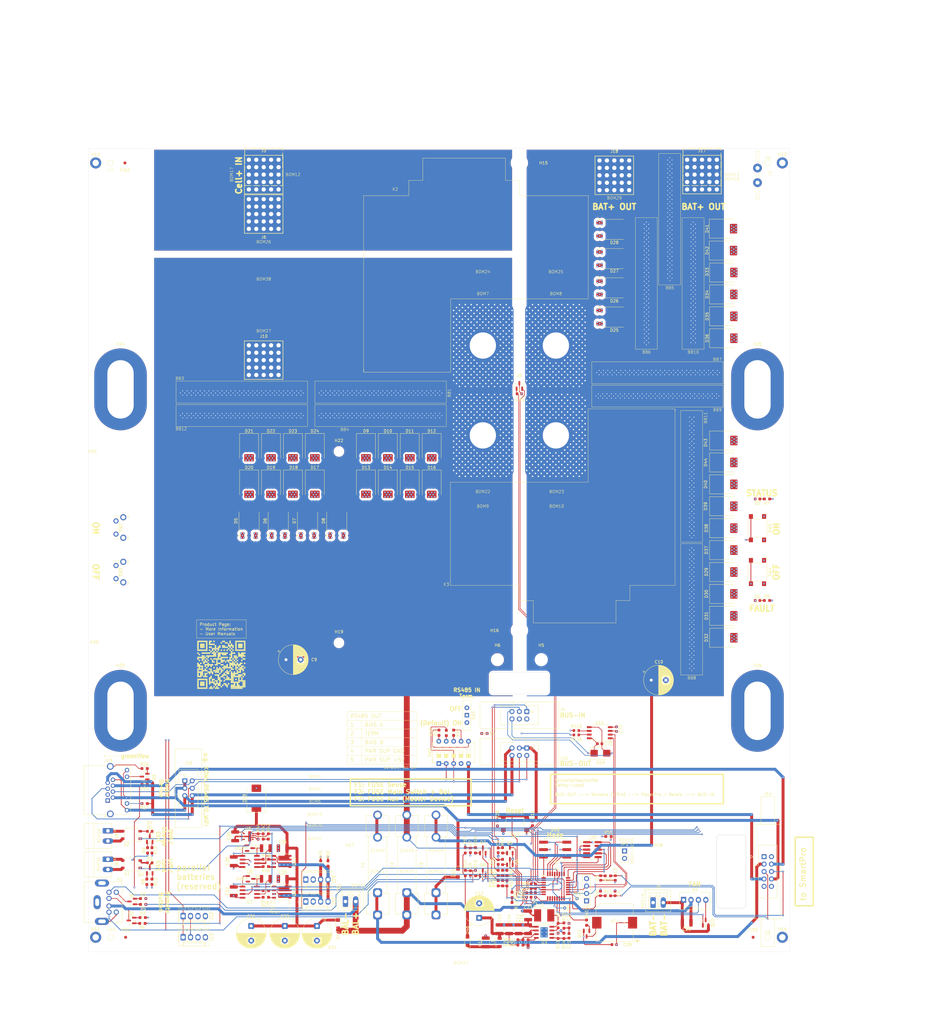
<source format=kicad_pcb>
(kicad_pcb
	(version 20241229)
	(generator "pcbnew")
	(generator_version "9.0")
	(general
		(thickness 1.627)
		(legacy_teardrops no)
	)
	(paper "A2" portrait)
	(layers
		(0 "F.Cu" signal)
		(4 "In1.Cu" signal)
		(6 "In2.Cu" signal)
		(8 "In3.Cu" signal)
		(10 "In4.Cu" signal)
		(2 "B.Cu" signal)
		(9 "F.Adhes" user "F.Adhesive")
		(11 "B.Adhes" user "B.Adhesive")
		(13 "F.Paste" user)
		(15 "B.Paste" user)
		(5 "F.SilkS" user "F.Silkscreen")
		(7 "B.SilkS" user "B.Silkscreen")
		(1 "F.Mask" user)
		(3 "B.Mask" user)
		(17 "Dwgs.User" user "User.Drawings")
		(19 "Cmts.User" user "User.Comments")
		(21 "Eco1.User" user "User.Eco1")
		(23 "Eco2.User" user "User.Eco2")
		(25 "Edge.Cuts" user)
		(27 "Margin" user)
		(31 "F.CrtYd" user "F.Courtyard")
		(29 "B.CrtYd" user "B.Courtyard")
		(35 "F.Fab" user)
		(33 "B.Fab" user)
		(39 "User.1" user)
		(41 "User.2" user)
		(43 "User.3" user)
		(45 "User.4" user)
		(47 "User.5" user)
		(49 "User.6" user)
		(51 "User.7" user)
		(53 "User.8" user)
		(55 "User.9" user)
	)
	(setup
		(stackup
			(layer "F.SilkS"
				(type "Top Silk Screen")
			)
			(layer "F.Paste"
				(type "Top Solder Paste")
			)
			(layer "F.Mask"
				(type "Top Solder Mask")
				(thickness 0.01)
			)
			(layer "F.Cu"
				(type "copper")
				(thickness 0.07)
			)
			(layer "dielectric 1"
				(type "prepreg")
				(thickness 0.1)
				(material "FR4")
				(epsilon_r 4.5)
				(loss_tangent 0.02)
			)
			(layer "In1.Cu"
				(type "copper")
				(thickness 0.07)
			)
			(layer "dielectric 2"
				(type "core")
				(thickness 0.4785)
				(material "FR4")
				(epsilon_r 4.5)
				(loss_tangent 0.02)
			)
			(layer "In2.Cu"
				(type "copper")
				(thickness 0.07)
			)
			(layer "dielectric 3"
				(type "prepreg")
				(thickness 0.1)
				(material "FR4")
				(epsilon_r 4.5)
				(loss_tangent 0.02)
			)
			(layer "In3.Cu"
				(type "copper")
				(thickness 0.035)
			)
			(layer "dielectric 4"
				(type "core")
				(thickness 0.4785)
				(material "FR4")
				(epsilon_r 4.5)
				(loss_tangent 0.02)
			)
			(layer "In4.Cu"
				(type "copper")
				(thickness 0.035)
			)
			(layer "dielectric 5"
				(type "prepreg")
				(thickness 0.1)
				(material "FR4")
				(epsilon_r 4.5)
				(loss_tangent 0.02)
			)
			(layer "B.Cu"
				(type "copper")
				(thickness 0.07)
			)
			(layer "B.Mask"
				(type "Bottom Solder Mask")
				(thickness 0.01)
			)
			(layer "B.Paste"
				(type "Bottom Solder Paste")
			)
			(layer "B.SilkS"
				(type "Bottom Silk Screen")
			)
			(copper_finish "None")
			(dielectric_constraints no)
		)
		(pad_to_mask_clearance 0)
		(allow_soldermask_bridges_in_footprints no)
		(tenting front back)
		(aux_axis_origin 53 395)
		(grid_origin 173 120)
		(pcbplotparams
			(layerselection 0x00000000_00000000_55555555_5755f5ff)
			(plot_on_all_layers_selection 0x00000000_00000000_00000000_00000000)
			(disableapertmacros no)
			(usegerberextensions no)
			(usegerberattributes yes)
			(usegerberadvancedattributes yes)
			(creategerberjobfile yes)
			(dashed_line_dash_ratio 12.000000)
			(dashed_line_gap_ratio 3.000000)
			(svgprecision 4)
			(plotframeref no)
			(mode 1)
			(useauxorigin no)
			(hpglpennumber 1)
			(hpglpenspeed 20)
			(hpglpendiameter 15.000000)
			(pdf_front_fp_property_popups yes)
			(pdf_back_fp_property_popups yes)
			(pdf_metadata yes)
			(pdf_single_document no)
			(dxfpolygonmode yes)
			(dxfimperialunits yes)
			(dxfusepcbnewfont yes)
			(psnegative no)
			(psa4output no)
			(plot_black_and_white yes)
			(sketchpadsonfab no)
			(plotpadnumbers no)
			(hidednponfab no)
			(sketchdnponfab yes)
			(crossoutdnponfab yes)
			(subtractmaskfromsilk no)
			(outputformat 1)
			(mirror no)
			(drillshape 1)
			(scaleselection 1)
			(outputdirectory "")
		)
	)
	(net 0 "")
	(net 1 "GND")
	(net 2 "Net-(D48-K)")
	(net 3 "VCC")
	(net 4 "Net-(Q3-B)")
	(net 5 "/Ub_FUSED")
	(net 6 "Net-(D3-K)")
	(net 7 "Net-(U3-VIN)")
	(net 8 "/BMS_OK")
	(net 9 "Net-(D46-K)")
	(net 10 "Net-(U3-BST)")
	(net 11 "Net-(U3-SW)")
	(net 12 "Net-(J20-~{RESET})")
	(net 13 "Net-(Q4-B)")
	(net 14 "Net-(U3-FB)")
	(net 15 "/B")
	(net 16 "/A")
	(net 17 "Net-(D1-K)")
	(net 18 "/BTN_ON")
	(net 19 "/BTN_OFF")
	(net 20 "/control/SWCLK")
	(net 21 "Net-(D2-K)")
	(net 22 "Net-(Q5-B)")
	(net 23 "/control/SWDIO")
	(net 24 "Net-(D3-A)")
	(net 25 "Net-(Q1-B)")
	(net 26 "/LVP")
	(net 27 "/OVP")
	(net 28 "Net-(Q2-B)")
	(net 29 "Net-(Q6-B)")
	(net 30 "/LED_ERROR")
	(net 31 "/LED_ON")
	(net 32 "Net-(D4-A)")
	(net 33 "/BMS_OK_PROTECTED")
	(net 34 "/control/R2")
	(net 35 "/control/R1")
	(net 36 "/control/BTN_OFF")
	(net 37 "/control/BTN_ON")
	(net 38 "Net-(BZ1--)")
	(net 39 "Net-(Q8-B)")
	(net 40 "Net-(C21-Pad1)")
	(net 41 "Net-(D47-K)")
	(net 42 "/~{OC_FAULT}")
	(net 43 "/LVP_IN")
	(net 44 "/OVP_IN")
	(net 45 "Net-(D4-K)")
	(net 46 "/BAT+_IN")
	(net 47 "/BAT+_SI")
	(net 48 "/BAT+_OUT")
	(net 49 "/B_OUT")
	(net 50 "/A_OUT")
	(net 51 "/GND_OUT")
	(net 52 "/+5V_OUT")
	(net 53 "/~{OC_FAULT_PROTECTED}")
	(net 54 "Net-(J8-Pin_2)")
	(net 55 "Net-(J8-Pin_1)")
	(net 56 "Net-(D53-K)")
	(net 57 "Net-(J9-Pin_1)")
	(net 58 "Net-(J14-Pin_3)")
	(net 59 "Net-(Q2-C)")
	(net 60 "Net-(Q2-E)")
	(net 61 "Net-(Q1-C)")
	(net 62 "Net-(Q3-E)")
	(net 63 "Net-(Q1-E)")
	(net 64 "Net-(Q4-E)")
	(net 65 "Net-(Q7-B)")
	(net 66 "Net-(J19-Pad10)")
	(net 67 "Net-(Q9-C)")
	(net 68 "Net-(J9-Pin_2)")
	(net 69 "Net-(SW1-A)")
	(net 70 "Net-(U3-EN{slash}UVLO)")
	(net 71 "Net-(U3-RON)")
	(net 72 "unconnected-(J12-Pin_3-Pad3)")
	(net 73 "unconnected-(J12-Pin_4-Pad4)")
	(net 74 "unconnected-(J13-Pin_3-Pad3)")
	(net 75 "unconnected-(J13-Pin_4-Pad4)")
	(net 76 "/VCC_FROM_SmartPro")
	(net 77 "unconnected-(SW1-C-Pad2)")
	(net 78 "unconnected-(U3-PGOOD-Pad6)")
	(net 79 "/control/ADC1_IN3_U_IN")
	(net 80 "/control/ADC1_IN4_U_OUT")
	(net 81 "/control/USART1_RX")
	(net 82 "/control/USART1_TX")
	(net 83 "/control/buzzer")
	(net 84 "unconnected-(J20-KEY-Pad7)")
	(net 85 "unconnected-(J22-Pin_2-Pad2)")
	(net 86 "/control/FAN_TACHO")
	(net 87 "Net-(M1-PWM)")
	(net 88 "/control/FAN_PWM")
	(net 89 "unconnected-(J22-Pin_1-Pad1)")
	(net 90 "/control/tempsensor")
	(net 91 "5V3_FROM_SmartPro")
	(net 92 "unconnected-(J23-Pin_1-Pad1)")
	(net 93 "unconnected-(J23-Pin_2-Pad2)")
	(net 94 "Net-(Q9-E)")
	(net 95 "Net-(Q9-B)")
	(net 96 "+10V")
	(net 97 "Net-(Q13A-G)")
	(net 98 "Net-(Q13B-G)")
	(net 99 "Net-(R20-Pad2)")
	(net 100 "Net-(R21-Pad2)")
	(net 101 "Net-(R22-Pad2)")
	(net 102 "Net-(Q11-B)")
	(net 103 "Net-(U6-ADJ)")
	(net 104 "Net-(Q12A-G)")
	(net 105 "Net-(Q12B-G)")
	(net 106 "Net-(U7-HO)")
	(net 107 "Net-(U7-LO)")
	(net 108 "/48VRelais/EN")
	(net 109 "/48VRelais/Relais1")
	(net 110 "Net-(U8-HO)")
	(net 111 "/48VRelais/Relais2")
	(net 112 "Net-(U8-LO)")
	(net 113 "Net-(U4-PB7)")
	(net 114 "Net-(U4-PB8)")
	(net 115 "Net-(R42-Pad2)")
	(net 116 "Net-(U4-PB9)")
	(net 117 "Net-(U4-PB6)")
	(net 118 "Net-(U4-PA11)")
	(net 119 "/48VRelais/RELAIS_RESET")
	(net 120 "/48VRelais/RELAIS_SET")
	(net 121 "unconnected-(H23-Pad1)")
	(net 122 "unconnected-(H23-Pad1)_1")
	(net 123 "unconnected-(H24-Pad1)")
	(net 124 "unconnected-(H24-Pad1)_1")
	(net 125 "unconnected-(H25-Pad1)")
	(net 126 "unconnected-(H25-Pad1)_1")
	(net 127 "unconnected-(H26-Pad1)")
	(net 128 "unconnected-(H26-Pad1)_1")
	(net 129 "unconnected-(H11-Pad1)")
	(net 130 "unconnected-(H12-Pad1)")
	(net 131 "unconnected-(H13-Pad1)")
	(net 132 "unconnected-(H14-Pad1)")
	(net 133 "unconnected-(D48-NC-Pad2)")
	(net 134 "unconnected-(D53-NC-Pad2)")
	(net 135 "Net-(D45-A)")
	(net 136 "Net-(D45-K)")
	(net 137 "Net-(U11-A)")
	(net 138 "Net-(U11-B)")
	(net 139 "Net-(U4-PA5)")
	(net 140 "/VDD_RS485")
	(net 141 "/GND_RS485")
	(footprint "Package_SO:SO-4_4.4x4.3mm_P2.54mm" (layer "F.Cu") (at 67.75 365 180))
	(footprint "myHoles:MountingHole9mmSlot" (layer "F.Cu") (at 64 202.5))
	(footprint "Diode_SMD:D_SMC" (layer "F.Cu") (at 270.5 235))
	(footprint "Diode_SMD:D_SMC" (layer "F.Cu") (at 115.5 222.5 -90))
	(footprint "Resistor_SMD:R_0603_1608Metric_Pad0.98x0.95mm_HandSolder" (layer "F.Cu") (at 113.72375 365.8 180))
	(footprint "Diode_SMD:D_SMC" (layer "F.Cu") (at 155.5 235 -90))
	(footprint "Connector:FanPinHeader_1x04_P2.54mm_Vertical" (layer "F.Cu") (at 256.7 377.2))
	(footprint "Capacitor_SMD:C_0603_1608Metric" (layer "F.Cu") (at 193.25 364.25 90))
	(footprint "MountingHole:MountingHole_4mm" (layer "F.Cu") (at 193 295))
	(footprint "Capacitor_SMD:C_1210_3225Metric" (layer "F.Cu") (at 102.75 364 -90))
	(footprint "myConnector:IDC-Header_2x03_P2.54mm_Vertical_latch" (layer "F.Cu") (at 203.04 325.25 -90))
	(footprint "Resistor_SMD:R_0603_1608Metric_Pad0.98x0.95mm_HandSolder" (layer "F.Cu") (at 188.54 320.2525 180))
	(footprint "Capacitor_SMD:C_0603_1608Metric" (layer "F.Cu") (at 193.25 360.25 90))
	(footprint "Button_Switch_SMD:SW_SPST_Omron_B3FS-100xP" (layer "F.Cu") (at 282 265 -90))
	(footprint "Diode_SMD:D_SMC" (layer "F.Cu") (at 270.5 162.5))
	(footprint "LED_SMD:LED_0603_1608Metric" (layer "F.Cu") (at 74 353.75 180))
	(footprint "myPackage_SO:HSOP-8-1EP_3.9x4.9mm_P1.27mm_EP2.41x3.1mm_ThermalVias_0.3mm" (layer "F.Cu") (at 208.955 388.3))
	(footprint "Capacitor_SMD:C_0603_1608Metric" (layer "F.Cu") (at 183.75 368 90))
	(footprint "myConnector:SMD-BUSBAR_42x6x2_Kopie" (layer "F.Cu") (at 247.75 204.75 180))
	(footprint "MountingHole:MountingHole_5.5mm" (layer "F.Cu") (at 248 365))
	(footprint "myQR:qr_PowerPro_209_silkscreen"
		(layer "F.Cu")
		(uuid "0fdb1fdc-1192-4f06-82b8-eda5ee6260df")
		(at 98.5 296.75)
		(property "Reference" "GRAPHIC1"
			(at 0 9.75 0)
			(layer "F.SilkS")
			(hide yes)
			(uuid "5248746a-8292-44a9-a7f6-0f8f52ca8f67")
			(effects
				(font
					(size 1 1)
					(thickness 0.15)
				)
			)
		)
		(property "Value" "QR_Code"
			(at 0 -9.75 0)
			(layer "F.SilkS")
			(hide yes)
			(uuid "77ba2084-bb5a-4bcd-9719-ca418c4fc429")
			(effects
				(font
					(size 1 1)
					(thickness 0.15)
				)
			)
		)
		(property "Datasheet" ""
			(at 0 0 0)
			(layer "F.Fab")
			(hide yes)
			(uuid "410aa57f-e376-445a-8a51-9d8879d41a15")
			(effects
				(font
					(size 1.27 1.27)
					(thickness 0.15)
				)
			)
		)
		(property "Description" ""
			(at 0 0 0)
			(layer "F.Fab")
			(hide yes)
			(uuid "f86f0c8f-2545-4554-b0ce-109a1fd90cb1")
			(effects
				(font
					(size 1.27 1.27)
					(thickness 0.15)
				)
			)
		)
		(property "ECS Art#" "---"
			(at 0 0 0)
			(unlocked yes)
			(layer "F.Fab")
			(hide yes)
			(uuid "bdcbc141-6146-4dc5-84b6-38e71ceffd76")
			(effects
				(font
					(size 1 1)
					(thickness 0.15)
				)
			)
		)
		(property "HAN" "---"
			(at 0 0 0)
			(unlocked yes)
			(layer "F.Fab")
			(hide yes)
			(uuid "956e1e57-c3ac-46c1-99a1-a920f8ef8d87")
			(effects
				(font
					(size 1 1)
					(thickness 0.15)
				)
			)
		)
		(property "Hersteller" "---"
			(at 0 0 0)
			(unlocked yes)
			(layer "F.Fab")
			(hide yes)
			(uuid "9d8731be-9c04-408c-9dc0-cba7086bd0bd")
			(effects
				(font
					(size 1 1)
					(thickness 0.15)
				)
			)
		)
		(path "/ed5c3467-b27a-45f1-8f58-e67286f004f2/73341fae-641b-468b-9b43-cb68a809301b")
		(sheetname "/bom/")
		(sheetfile "bom.kicad_sch")
		(attr exclude_from_bom)
		(fp_rect
			(start -8.25 -8.25)
			(end -7.75 -7.75)
			(stroke
				(width 0)
				(type default)
			)
			(fill yes)
			(layer "F.SilkS")
			(uuid "ced088e0-3e70-4093-a9d1-abf34108f401")
		)
		(fp_rect
			(start -8.25 -7.75)
			(end -7.75 -7.25)
			(stroke
				(width 0)
				(type default)
			)
			(fill yes)
			(layer "F.SilkS")
			(uuid "23829c24-8d5b-4f1b-8687-438e8d7b5d90")
		)
		(fp_rect
			(start -8.25 -7.25)
			(end -7.75 -6.75)
			(stroke
				(width 0)
				(type default)
			)
			(fill yes)
			(layer "F.SilkS")
			(uuid "7e069f82-6121-4874-b387-193fe7adb167")
		)
		(fp_rect
			(start -8.25 -6.75)
			(end -7.75 -6.25)
			(stroke
				(width 0)
				(type default)
			)
			(fill yes)
			(layer "F.SilkS")
			(uuid "cab0dfae-149e-4aec-b477-71c63233ae41")
		)
		(fp_rect
			(start -8.25 -6.25)
			(end -7.75 -5.75)
			(stroke
				(width 0)
				(type default)
			)
			(fill yes)
			(layer "F.SilkS")
			(uuid "4143aa4f-060f-4a52-b05e-e09e34cdea85")
		)
		(fp_rect
			(start -8.25 -5.75)
			(end -7.75 -5.25)
			(stroke
				(width 0)
				(type default)
			)
			(fill yes)
			(layer "F.SilkS")
			(uuid "c4e5c11f-4df0-4b7d-9cd7-f817b0f21ad3")
		)
		(fp_rect
			(start -8.25 -5.25)
			(end -7.75 -4.75)
			(stroke
				(width 0)
				(type default)
			)
			(fill yes)
			(layer "F.SilkS")
			(uuid "4f48c4d2-3b94-461a-a739-bd282f8a9320")
		)
		(fp_rect
			(start -8.25 -4.25)
			(end -7.75 -3.75)
			(stroke
				(width 0)
				(type default)
			)
			(fill yes)
			(layer "F.SilkS")
			(uuid "128d345e-f4cc-4719-9dd5-d71a7072b842")
		)
		(fp_rect
			(start -8.25 -2.75)
			(end -7.75 -2.25)
			(stroke
				(width 0)
				(type default)
			)
			(fill yes)
			(layer "F.SilkS")
			(uuid "47759031-937b-45c7-a84e-ea068594812c")
		)
		(fp_rect
			(start -8.25 -2.25)
			(end -7.75 -1.75)
			(stroke
				(width 0)
				(type default)
			)
			(fill yes)
			(layer "F.SilkS")
			(uuid "99424603-d2ea-4183-85b0-d4dfba73541b")
		)
		(fp_rect
			(start -8.25 -0.75)
			(end -7.75 -0.25)
			(stroke
				(width 0)
				(type default)
			)
			(fill yes)
			(layer "F.SilkS")
			(uuid "0e984c91-db6e-4fe1-a14d-655afe025966")
		)
		(fp_rect
			(start -8.25 -0.25)
			(end -7.75 0.25)
			(stroke
				(width 0)
				(type default)
			)
			(fill yes)
			(layer "F.SilkS")
			(uuid "1af88721-a4d9-4bca-8db7-11d28234ce81")
		)
		(fp_rect
			(start -8.25 0.25)
			(end -7.75 0.75)
			(stroke
				(width 0)
				(type default)
			)
			(fill yes)
			(layer "F.SilkS")
			(uuid "a7c66d3f-5c5a-4b1b-a861-fe2d5979b937")
		)
		(fp_rect
			(start -8.25 1.25)
			(end -7.75 1.75)
			(stroke
				(width 0)
				(type default)
			)
			(fill yes)
			(layer "F.SilkS")
			(uuid "ae957d7a-cc9b-4071-a63e-67a94e62bd14")
		)
		(fp_rect
			(start -8.25 1.75)
			(end -7.75 2.25)
			(stroke
				(width 0)
				(type default)
			)
			(fill yes)
			(layer "F.SilkS")
			(uuid "63d14564-ea1d-4358-8e44-08ca78097e91")
		)
		(fp_rect
			(start -8.25 2.25)
			(end -7.75 2.75)
			(stroke
				(width 0)
				(type default)
			)
			(fill yes)
			(layer "F.SilkS")
			(uuid "c40e4167-5561-4633-a1b6-dbc9854d956a")
		)
		(fp_rect
			(start -8.25 2.75)
			(end -7.75 3.25)
			(stroke
				(width 0)
				(type default)
			)
			(fill yes)
			(layer "F.SilkS")
			(uuid "61db4527-4053-4e69-934c-242d9ea55d7b")
		)
		(fp_rect
			(start -8.25 3.25)
			(end -7.75 3.75)
			(stroke
				(width 0)
				(type default)
			)
			(fill yes)
			(layer "F.SilkS")
			(uuid "a528afef-cd90-444e-8830-821e1705dfc8")
		)
		(fp_rect
			(start -8.25 3.75)
			(end -7.75 4.25)
			(stroke
				(width 0)
				(type default)
			)
			(fill yes)
			(layer "F.SilkS")
			(uuid "ce2ecc3f-32df-4013-8ba2-5db37a69a68e")
		)
		(fp_rect
			(start -8.25 4.75)
			(end -7.75 5.25)
			(stroke
				(width 0)
				(type default)
			)
			(fill yes)
			(layer "F.SilkS")
			(uuid "889c601e-fe2b-43e9-9eaf-0263a459b9f0")
		)
		(fp_rect
			(start -8.25 5.25)
			(end -7.75 5.75)
			(stroke
				(width 0)
				(type default)
			)
			(fill yes)
			(layer "F.SilkS")
			(uuid "9838e3ba-c998-431f-b805-d0d962b51a4c")
		)
		(fp_rect
			(start -8.25 5.75)
			(end -7.75 6.25)
			(stroke
				(width 0)
				(type default)
			)
			(fill yes)
			(layer "F.SilkS")
			(uuid "19868ad1-09ff-4882-a102-75da179bd63a")
		)
		(fp_rect
			(start -8.25 6.25)
			(end -7.75 6.75)
			(stroke
				(width 0)
				(type default)
			)
			(fill yes)
			(layer "F.SilkS")
			(uuid "5feebeb9-1e39-4854-a11d-00ce2b4ecea3")
		)
		(fp_rect
			(start -8.25 6.75)
			(end -7.75 7.25)
			(stroke
				(width 0)
				(type default)
			)
			(fill yes)
			(layer "F.SilkS")
			(uuid "d33d36be-fd40-4332-b99c-a8565e099fbc")
		)
		(fp_rect
			(start -8.25 7.25)
			(end -7.75 7.75)
			(stroke
				(width 0)
				(type default)
			)
			(fill yes)
			(layer "F.SilkS")
			(uuid "d759f654-cd37-4549-8211-d4051a0b0127")
		)
		(fp_rect
			(start -8.25 7.75)
			(end -7.75 8.25)
			(stroke
				(width 0)
				(type default)
			)
			(fill yes)
			(layer "F.SilkS")
			(uuid "ddc5dcce-ca01-4ed4-b6fe-8d27231e7c43")
		)
		(fp_rect
			(start -7.75 -8.25)
			(end -7.25 -7.75)
			(stroke
				(width 0)
				(type default)
			)
			(fill yes)
			(layer "F.SilkS")
			(uuid "30730094-0775-4fec-8dc8-18cc13471d4d")
		)
		(fp_rect
			(start -7.75 -5.25)
			(end -7.25 -4.75)
			(stroke
				(width 0)
				(type default)
			)
			(fill yes)
			(layer "F.SilkS")
			(uuid "1dd19205-0e01-4be5-abb3-ff004b3f0aa9")
		)
		(fp_rect
			(start -7.75 -3.75)
			(end -7.25 -3.25)
			(stroke
				(width 0)
				(type default)
			)
			(fill yes)
			(layer "F.SilkS")
			(uuid "a4065cec-f61f-4003-9a06-8b425fa917bc")
		)
		(fp_rect
			(start -7.75 -2.75)
			(end -7.25 -2.25)
			(stroke
				(width 0)
				(type default)
			)
			(fill yes)
			(layer "F.SilkS")
			(uuid "cea86257-f189-41c6-a900-8c62850e8c11")
		)
		(fp_rect
			(start -7.75 -1.75)
			(end -7.25 -1.25)
			(stroke
				(width 0)
				(type default)
			)
			(fill yes)
			(layer "F.SilkS")
			(uuid "e72eb618-2f2a-4430-8e1f-5faf02454903")
		)
		(fp_rect
			(start -7.75 -0.25)
			(end -7.25 0.25)
			(stroke
				(width 0)
				(type default)
			)
			(fill yes)
			(layer "F.SilkS")
			(uuid "9e9ffbe6-dbbd-4cb2-a92d-be08a914719a")
		)
		(fp_rect
			(start -7.75 0.25)
			(end -7.25 0.75)
			(stroke
				(width 0)
				(type default)
			)
			(fill yes)
			(layer "F.SilkS")
			(uuid "9a97130d-5e92-4f54-b325-5c0aa905aa44")
		)
		(fp_rect
			(start -7.75 0.75)
			(end -7.25 1.25)
			(stroke
				(width 0)
				(type default)
			)
			(fill yes)
			(layer "F.SilkS")
			(uuid "0b5cd29b-6b6c-4428-8278-c899b63b9e61")
		)
		(fp_rect
			(start -7.75 1.25)
			(end -7.25 1.75)
			(stroke
				(width 0)
				(type default)
			)
			(fill yes)
			(layer "F.SilkS")
			(uuid "a91f66bb-2904-40ee-b38c-b2a8c9c5f117")
		)
		(fp_rect
			(start -7.75 2.25)
			(end -7.25 2.75)
			(stroke
				(width 0)
				(type default)
			)
			(fill yes)
			(layer "F.SilkS")
			(uuid "c8197d20-54c7-4eee-8ca2-a07f0ea3ee49")
		)
		(fp_rect
			(start -7.75 3.75)
			(end -7.25 4.25)
			(stroke
				(width 0)
				(type default)
			)
			(fill yes)
			(layer "F.SilkS")
			(uuid "6754d6f7-316c-4dd1-8798-bb8aeb38012d")
		)
		(fp_rect
			(start -7.75 4.75)
			(end -7.25 5.25)
			(stroke
				(width 0)
				(type default)
			)
			(fill yes)
			(layer "F.SilkS")
			(uuid "44ddb113-c351-4642-9754-3f4a8b13b427")
		)
		(fp_rect
			(start -7.75 7.75)
			(end -7.25 8.25)
			(stroke
				(width 0)
				(type default)
			)
			(fill yes)
			(layer "F.SilkS")
			(uuid "637e8f29-08d6-42c3-a03e-9b740289e73e")
		)
		(fp_rect
			(start -7.25 -8.25)
			(end -6.75 -7.75)
			(stroke
				(width 0)
				(type default)
			)
			(fill yes)
			(layer "F.SilkS")
			(uuid "19214cdc-4c3d-4061-a228-a08f5e71b1a5")
		)
		(fp_rect
			(start -7.25 -7.25)
			(end -6.75 -6.75)
			(stroke
				(width 0)
				(type default)
			)
			(fill yes)
			(layer "F.SilkS")
			(uuid "f1292a0c-0da9-4d89-97f3-f02b12e8c5cc")
		)
		(fp_rect
			(start -7.25 -6.75)
			(end -6.75 -6.25)
			(stroke
				(width 0)
				(type default)
			)
			(fill yes)
			(layer "F.SilkS")
			(uuid "f0e427ff-5445-4068-9c01-e44beb453397")
		)
		(fp_rect
			(start -7.25 -6.25)
			(end -6.75 -5.75)
			(stroke
				(width 0)
				(type default)
			)
			(fill yes)
			(layer "F.SilkS")
			(uuid "2d0ad52a-a329-4299-8ede-0d991b7d8f56")
		)
		(fp_rect
			(start -7.25 -5.25)
			(end -6.75 -4.75)
			(stroke
				(width 0)
				(type default)
			)
			(fill yes)
			(layer "F.SilkS")
			(uuid "c5af1a47-63b6-4496-875a-c6506369fa03")
		)
		(fp_rect
			(start -7.25 -2.75)
			(end -6.75 -2.25)
			(stroke
				(width 0)
				(type default)
			)
			(fill yes)
			(layer "F.SilkS")
			(uuid "f3c52b5d-02bb-4e49-b483-2bad369e405e")
		)
		(fp_rect
			(start -7.25 -0.75)
			(end -6.75 -0.25)
			(stroke
				(width 0)
				(type default)
			)
			(fill yes)
			(layer "F.SilkS")
			(uuid "ba735f57-cb3c-4c59-a635-74652a6ee392")
		)
		(fp_rect
			(start -7.25 0.25)
			(end -6.75 0.75)
			(stroke
				(width 0)
				(type default)
			)
			(fill yes)
			(layer "F.SilkS")
			(uuid "59d20cc7-ee0b-4e0f-ad20-428b6385cd77")
		)
		(fp_rect
			(start -7.25 1.25)
			(end -6.75 1.75)
			(stroke
				(width 0)
				(type default)
			)
			(fill yes)
			(layer "F.SilkS")
			(uuid "63312d76-4b59-4228-b64d-3d87e89b4c99")
		)
		(fp_rect
			(start -7.25 2.25)
			(end -6.75 2.75)
			(stroke
				(width 0)
				(type default)
			)
			(fill yes)
			(layer "F.SilkS")
			(uuid "20efc785-f512-40e1-8f10-6efc6a0540b4")
		)
		(fp_rect
			(start -7.25 2.75)
			(end -6.75 3.25)
			(stroke
				(width 0)
				(type default)
			)
			(fill yes)
			(layer "F.SilkS")
			(uuid "6609d86b-c352-48cc-8291-1ecec96c7f8d")
		)
		(fp_rect
			(start -7.25 3.25)
			(end -6.75 3.75)
			(stroke
				(width 0)
				(type default)
			)
			(fill yes)
			(layer "F.SilkS")
			(uuid "f60fb73f-997a-4508-ad9d-82b6bf98584c")
		)
		(fp_rect
			(start -7.25 3.75)
			(end -6.75 4.25)
			(stroke
				(width 0)
				(type default)
			)
			(fill yes)
			(layer "F.SilkS")
			(uuid "6540d100-c845-494a-88af-99cbea216323")
		)
		(fp_rect
			(start -7.25 4.75)
			(end -6.75 5.25)
			(stroke
				(width 0)
				(type default)
			)
			(fill yes)
			(layer "F.SilkS")
			(uuid "cc25c20d-bdc8-405b-8306-2706a91163f2")
		)
		(fp_rect
			(start -7.25 5.75)
			(end -6.75 6.25)
			(stroke
				(width 0)
				(type default)
			)
			(fill yes)
			(layer "F.SilkS")
			(uuid "606f0f0a-2de7-4deb-ba2d-e7635f680a15")
		)
		(fp_rect
			(start -7.25 6.25)
			(end -6.75 6.75)
			(stroke
				(width 0)
				(type default)
			)
			(fill yes)
			(layer "F.SilkS")
			(uuid "73c06146-4fdf-44e1-90c2-1c0ca9cbd524")
		)
		(fp_rect
			(start -7.25 6.75)
			(end -6.75 7.25)
			(stroke
				(width 0)
				(type default)
			)
			(fill yes)
			(layer "F.SilkS")
			(uuid "44221dc8-50e8-41dc-942e-9584ce001ca6")
		)
		(fp_rect
			(start -7.25 7.75)
			(end -6.75 8.25)
			(stroke
				(width 0)
				(type default)
			)
			(fill yes)
			(layer "F.SilkS")
			(uuid "b1a315d1-065d-4b28-a47b-909e8e6ca824")
		)
		(fp_rect
			(start -6.75 -8.25)
			(end -6.25 -7.75)
			(stroke
				(width 0)
				(type default)
			)
			(fill yes)
			(layer "F.SilkS")
			(uuid "a8cde4e5-36e7-47a1-9102-438c012faeee")
		)
		(fp_rect
			(start -6.75 -7.25)
			(end -6.25 -6.75)
			(stroke
				(width 0)
				(type default)
			)
			(fill yes)
			(layer "F.SilkS")
			(uuid "ff0f61d7-4274-40f7-bd38-a3f5a06339d5")
		)
		(fp_rect
			(start -6.75 -6.75)
			(end -6.25 -6.25)
			(stroke
				(width 0)
				(type default)
			)
			(fill yes)
			(layer "F.SilkS")
			(uuid "2316b667-0d7a-40f1-b248-32efeab3861d")
		)
		(fp_rect
			(start -6.75 -6.25)
			(end -6.25 -5.75)
			(stroke
				(width 0)
				(type default)
			)
			(fill yes)
			(layer "F.SilkS")
			(uuid "b9aa9911-8245-4e5f-8e39-7e63452505f8")
		)
		(fp_rect
			(start -6.75 -5.25)
			(end -6.25 -4.75)
			(stroke
				(width 0)
				(type default)
			)
			(fill yes)
			(layer "F.SilkS")
			(uuid "68702d70-3081-4a2d-b8fc-6d086253dc3f")
		)
		(fp_rect
			(start -6.75 -4.25)
			(end -6.25 -3.75)
			(stroke
				(width 0)
				(type default)
			)
			(fill yes)
			(layer "F.SilkS")
			(uuid "70b0564e-0c3d-4483-99ed-fe69adf38250")
		)
		(fp_rect
			(start -6.75 -3.25)
			(end -6.25 -2.75)
			(stroke
				(width 0)
				(type default)
			)
			(fill yes)
			(layer "F.SilkS")
			(uuid "b1d9286f-aae1-4a04-906f-19b7972cb4a5")
		)
		(fp_rect
			(start -6.75 -2.75)
			(end -6.25 -2.25)
			(stroke
				(width 0)
				(type default)
			)
			(fill yes)
			(layer "F.SilkS")
			(uuid "f663a019-f7dd-42ec-9d2b-99d9f00453f8")
		)
		(fp_rect
			(start -6.75 -2.25)
			(end -6.25 -1.75)
			(stroke
				(width 0)
				(type default)
			)
			(fill yes)
			(layer "F.SilkS")
			(uuid "8066b7d5-1208-434d-85fa-b5d7d8e2ec1f")
		)
		(fp_rect
			(start -6.75 -1.75)
			(end -6.25 -1.25)
			(stroke
				(width 0)
				(type default)
			)
			(fill yes)
			(layer "F.SilkS")
			(uuid "49e61c7b-1f94-43f3-a7c5-16ac83a8d7a6")
		)
		(fp_rect
			(start -6.75 0.25)
			(end -6.25 0.75)
			(stroke
				(width 0)
				(type default)
			)
			(fill yes)
			(layer "F.SilkS")
			(uuid "3557438b-74ff-42f0-8f0d-077dfb5622f9")
		)
		(fp_rect
			(start -6.75 0.75)
			(end -6.25 1.25)
			(stroke
				(width 0)
				(type default)
			)
			(fill yes)
			(layer "F.SilkS")
			(uuid "a4dd4d3c-92eb-44ce-b1d3-dd1f8790f05f")
		)
		(fp_rect
			(start -6.75 1.25)
			(end -6.25 1.75)
			(stroke
				(width 0)
				(type default)
			)
			(fill yes)
			(layer "F.SilkS")
			(uuid "5cc61381-26c9-49fe-ab21-fc66920144ff")
		)
		(fp_rect
			(start -6.75 1.75)
			(end -6.25 2.25)
			(stroke
				(width 0)
				(type default)
			)
			(fill yes)
			(layer "F.SilkS")
			(uuid "c0c42bf0-938a-4f5c-a691-07395d6c7fee")
		)
		(fp_rect
			(start -6.75 2.25)
			(end -6.25 2.75)
			(stroke
				(width 0)
				(type default)
			)
			(fill yes)
			(layer "F.SilkS")
			(uuid "d89eadeb-368e-4935-8e55-5152aa73bccf")
		)
		(fp_rect
			(start -6.75 2.75)
			(end -6.25 3.25)
			(stroke
				(width 0)
				(type default)
			)
			(fill yes)
			(layer "F.SilkS")
			(uuid "3b8edb82-ea3f-40f6-831b-2585a3329c70")
		)
		(fp_rect
			(start -6.75 3.25)
			(end -6.25 3.75)
			(stroke
				(width 0)
				(type default)
			)
			(fill yes)
			(layer "F.SilkS")
			(uuid "bdb640b4-c501-46de-8280-ec37141d49b7")
		)
		(fp_rect
			(start -6.75 4.75)
			(end -6.25 5.25)
			(stroke
				(width 0)
				(type default)
			)
			(fill yes)
			(layer "F.SilkS")
			(uuid "2fb43963-4df7-46b7-897d-fa6b0f9de670")
		)
		(fp_rect
			(start -6.75 5.75)
			(end -6.25 6.25)
			(stroke
				(width 0)
				(type default)
			)
			(fill yes)
			(layer "F.SilkS")
			(uuid "49142ff5-0712-42e7-ac38-15e07be2ad11")
		)
		(fp_rect
			(start -6.75 6.25)
			(end -6.25 6.75)
			(stroke
				(width 0)
				(type default)
			)
			(fill yes)
			(layer "F.SilkS")
			(uuid "0a4ce78e-1035-4c11-98b6-cc769f0752a1")
		)
		(fp_rect
			(start -6.75 6.75)
			(end -6.25 7.25)
			(stroke
				(width 0)
				(type default)
			)
			(fill yes)
			(layer "F.SilkS")
			(uuid "517bbbb1-f343-4089-ac88-d0ab7395b77c")
		)
		(fp_rect
			(start -6.75 7.75)
			(end -6.25 8.25)
			(stroke
				(width 0)
				(type default)
			)
			(fill yes)
			(layer "F.SilkS")
			(uuid "6f9b2c3f-c82b-412f-b2c1-e62d3b51b53f")
		)
		(fp_rect
			(start -6.25 -8.25)
			(end -5.75 -7.75)
			(stroke
				(width 0)
				(type default)
			)
			(fill yes)
			(layer "F.SilkS")
			(uuid "4a209218-4d30-42ec-9c10-31ce0d052081")
		)
		(fp_rect
			(start -6.25 -7.25)
			(end -5.75 -6.75)
			(stroke
				(width 0)
				(type default)
			)
			(fill yes)
			(layer "F.SilkS")
			(uuid "8970be56-00f2-4f94-8792-6bb31cc87db0")
		)
		(fp_rect
			(start -6.25 -6.75)
			(end -5.75 -6.25)
			(stroke
				(width 0)
				(type default)
			)
			(fill yes)
			(layer "F.SilkS")
			(uuid "56b5713e-9a17-4d90-acfc-711819b2a882")
		)
		(fp_rect
			(start -6.25 -6.25)
			(end -5.75 -5.75)
			(stroke
				(width 0)
				(type default)
			)
			(fill yes)
			(layer "F.SilkS")
			(uuid "96716521-961d-4cc6-a9c5-30ad661b2bca")
		)
		(fp_rect
			(start -6.25 -5.25)
			(end -5.75 -4.75)
			(stroke
				(width 0)
				(type default)
			)
			(fill yes)
			(layer "F.SilkS")
			(uuid "ae77da63-0fc9-4383-a827-b3a70acc4b3b")
		)
		(fp_rect
			(start -6.25 -4.25)
			(end -5.75 -3.75)
			(stroke
				(width 0)
				(type default)
			)
			(fill yes)
			(layer "F.SilkS")
			(uuid "0a987c93-225c-4d48-8b12-e04f89eb9be8")
		)
		(fp_rect
			(start -6.25 -3.25)
			(end -5.75 -2.75)
			(stroke
				(width 0)
				(type default)
			)
			(fill yes)
			(layer "F.SilkS")
			(uuid "c891f395-1fba-4ca6-8e2a-c20a92a7359c")
		)
		(fp_rect
			(start -6.25 -2.75)
			(end -5.75 -2.25)
			(stroke
				(width 0)
				(type default)
			)
			(fill yes)
			(layer "F.SilkS")
			(uuid "f1c37ad8-6554-44c7-9790-9bee36f7a11f")
		)
		(fp_rect
			(start -6.25 -2.25)
			(end -5.75 -1.75)
			(stroke
				(width 0)
				(type default)
			)
			(fill yes)
			(layer "F.SilkS")
			(uuid "b9b150bd-57b4-4091-83ce-d387781937d8")
		)
		(fp_rect
			(start -6.25 -1.25)
			(end -5.75 -0.75)
			(stroke
				(width 0)
				(type default)
			)
			(fill yes)
			(layer "F.SilkS")
			(uuid "5b5f76ea-5fbf-45cc-96f0-ac6b06e4bf59")
		)
		(fp_rect
			(start -6.25 -0.75)
			(end -5.75 -0.25)
			(stroke
				(width 0)
				(type default)
			)
			(fill yes)
			(layer "F.SilkS")
			(uuid "fe7528e1-edec-49e7-9a65-b8f20ec4e8ff")
		)
		(fp_rect
			(start -6.25 1.75)
			(end -5.75 2.25)
			(stroke
				(width 0)
				(type default)
			)
			(fill yes)
			(layer "F.SilkS")
			(uuid "3888c7cc-0791-4d36-959a-33905c6e56d2")
		)
		(fp_rect
			(start -6.25 3.75)
			(end -5.75 4.25)
			(stroke
				(width 0)
				(type default)
			)
			(fill yes)
			(layer "F.SilkS")
			(uuid "411c6527-d2b7-4045-b4e8-c7bdafae6f14")
		)
		(fp_rect
			(start -6.25 4.75)
			(end -5.75 5.25)
			(stroke
				(width 0)
				(type default)
			)
			(fill yes)
			(layer "F.SilkS")
			(uuid "ae1baeeb-5535-4e26-8137-e6fe0b1246c9")
		)
		(fp_rect
			(start -6.25 5.75)
			(end -5.75 6.25)
			(stroke
				(width 0)
				(type default)
			)
			(fill yes)
			(layer "F.SilkS")
			(uuid "f35ffe85-9271-4043-9a59-917d9e5089ce")
		)
		(fp_rect
			(start -6.25 6.25)
			(end -5.75 6.75)
			(stroke
				(width 0)
				(type default)
			)
			(fill yes)
			(layer "F.SilkS")
			(uuid "2913d1f0-88ec-4d72-9c55-43425d9b0c1b")
		)
		(fp_rect
			(start -6.25 6.75)
			(end -5.75 7.25)
			(stroke
				(width 0)
				(type default)
			)
			(fill yes)
			(layer "F.SilkS")
			(uuid "170c59b5-e944-421d-9dea-bed41d948bd0")
		)
		(fp_rect
			(start -6.25 7.75)
			(end -5.75 8.25)
			(stroke
				(width 0)
				(type default)
			)
			(fill yes)
			(layer "F.SilkS")
			(uuid "2c928df0-d8ee-4782-a1fe-46349e87779f")
		)
		(fp_rect
			(start -5.75 -8.25)
			(end -5.25 -7.75)
			(stroke
				(width 0)
				(type default)
			)
			(fill yes)
			(layer "F.SilkS")
			(uuid "8dae93ad-7c0d-43cc-bdb4-b7d2f94cfa98")
		)
		(fp_rect
			(start -5.75 -5.25)
			(end -5.25 -4.75)
			(stroke
				(width 0)
				(type default)
			)
			(fill yes)
			(layer "F.SilkS")
			(uuid "41d353ce-5bc9-4490-b0c9-398efd438af1")
		)
		(fp_rect
			(start -5.75 -4.25)
			(end -5.25 -3.75)
			(stroke
				(width 0)
				(type default)
			)
			(fill yes)
			(layer "F.SilkS")
			(uuid "83506d3d-25ca-4e7e-ac63-9b215ab0d3d0")
		)
		(fp_rect
			(start -5.75 -2.75)
			(end -5.25 -2.25)
			(stroke
				(width 0)
				(type default)
			)
			(fill yes)
			(layer "F.SilkS")
			(uuid "4940ea41-3de8-4062-b679-2116fee28032")
		)
		(fp_rect
			(start -5.75 -1.75)
			(end -5.25 -1.25)
			(stroke
				(width 0)
				(type default)
			)
			(fill yes)
			(layer "F.SilkS")
			(uuid "6db008c2-4110-46b5-bc55-56cd533aec8e")
		)
		(fp_rect
			(start -5.75 -1.25)
			(end -5.25 -0.75)
			(stroke
				(width 0)
				(type default)
			)
			(fill yes)
			(layer "F.SilkS")
			(uuid "98c01b7b-4701-4cac-a779-98a62cd3def1")
		)
		(fp_rect
			(start -5.75 -0.25)
			(end -5.25 0.25)
			(stroke
				(width 0)
				(type default)
			)
			(fill yes)
			(layer "F.SilkS")
			(uuid "fe2e79ba-b363-4d16-a0cc-ad41781923f1")
		)
		(fp_rect
			(start -5.75 0.25)
			(end -5.25 0.75)
			(stroke
				(width 0)
				(type default)
			)
			(fill yes)
			(layer "F.SilkS")
			(uuid "5ae1d7e5-4395-42f9-95ad-757f123146e2")
		)
		(fp_rect
			(start -5.75 1.25)
			(end -5.25 1.75)
			(stroke
				(width 0)
				(type default)
			)
			(fill yes)
			(layer "F.SilkS")
			(uuid "90e4e58c-7721-4e7e-a941-6031332814bd")
		)
		(fp_rect
			(start -5.75 1.75)
			(end -5.25 2.25)
			(stroke
				(width 0)
				(type default)
			)
			(fill yes)
			(layer "F.SilkS")
			(uuid "56b64eaa-943e-4654-8e21-4c83936ef117")
		)
		(fp_rect
			(start -5.75 2.75)
			(end -5.25 3.25)
			(stroke
				(width 0)
				(type default)
			)
			(fill yes)
			(layer "F.SilkS")
			(uuid "8c04ebe2-b411-4f1e-9bce-9908b31ae2f4")
		)
		(fp_rect
			(start -5.75 3.25)
			(end -5.25 3.75)
			(stroke
				(width 0)
				(type default)
			)
			(fill yes)
			(layer "F.SilkS")
			(uuid "836ad4e6-690d-45e9-8340-8a8b0167f41f")
		)
		(fp_rect
			(start -5.75 3.75)
			(end -5.25 4.25)
			(stroke
				(width 0)
				(type default)
			)
			(fill yes)
			(layer "F.SilkS")
			(uuid "64dd57c0-f651-455d-ae5e-504337f79b2d")
		)
		(fp_rect
			(start -5.75 4.75)
			(end -5.25 5.25)
			(stroke
				(width 0)
				(type default)
			)
			(fill yes)
			(layer "F.SilkS")
			(uuid "cf61dde8-db55-41a7-864c-d4c78cf6a3f0")
		)
		(fp_rect
			(start -5.75 7.75)
			(end -5.25 8.25)
			(stroke
				(width 0)
				(type default)
			)
			(fill yes)
			(layer "F.SilkS")
			(uuid "2e617cbf-274f-497c-a8aa-f852a3b2802d")
		)
		(fp_rect
			(start -5.25 -8.25)
			(end -4.75 -7.75)
			(stroke
				(width 0)
				(type default)
			)
			(fill yes)
			(layer "F.SilkS")
			(uuid "05993e74-d81b-448e-8372-1ab221d6f244")
		)
		(fp_rect
			(start -5.25 -7.75)
			(end -4.75 -7.25)
			(stroke
				(width 0)
				(type default)
			)
			(fill yes)
			(layer "F.SilkS")
			(uuid "0d7ce107-2200-49f8-b07f-8b4b1247fc4c")
		)
		(fp_rect
			(start -5.25 -7.25)
			(end -4.75 -6.75)
			(stroke
				(width 0)
				(type default)
			)
			(fill yes)
			(layer "F.SilkS")
			(uuid "c62e505d-a192-42e9-b8a0-6275c401b4a2")
		)
		(fp_rect
			(start -5.25 -6.75)
			(end -4.75 -6.25)
			(stroke
				(width 0)
				(type default)
			)
			(fill yes)
			(layer "F.SilkS")
			(uuid "f9c006f0-5593-4f50-ac64-b02c67a67765")
		)
		(fp_rect
			(start -5.25 -6.25)
			(end -4.75 -5.75)
			(stroke
				(width 0)
				(type default)
			)
			(fill yes)
			(layer "F.SilkS")
			(uuid "86f2abf3-bda5-4831-8637-19b6638bda03")
		)
		(fp_rect
			(start -5.25 -5.75)
			(end -4.75 -5.25)
			(stroke
				(width 0)
				(type default)
			)
			(fill yes)
			(layer "F.SilkS")
			(uuid "9d63da3f-6817-400a-b670-616d3bdf0057")
		)
		(fp_rect
			(start -5.25 -5.25)
			(end -4.75 -4.75)
			(stroke
				(width 0)
				(type default)
			)
			(fill yes)
			(layer "F.SilkS")
			(uuid "0bc859c3-59c7-4305-91b1-40fc0d7c0596")
		)
		(fp_rect
			(start -5.25 -4.25)
			(end -4.75 -3.75)
			(stroke
				(width 0)
				(type default)
			)
			(fill yes)
			(layer "F.SilkS")
			(uuid "8aca2c17-f6ed-4184-97ce-963baa28e870")
		)
		(fp_rect
			(start -5.25 -3.25)
			(end -4.75 -2.75)
			(stroke
				(width 0)
				(type default)
			)
			(fill yes)
			(layer "F.SilkS")
			(uuid "16bf505e-5b8f-492e-8637-7e3f227c5940")
		)
		(fp_rect
			(start -5.25 -2.25)
			(end -4.75 -1.75)
			(stroke
				(width 0)
				(type default)
			)
			(fill yes)
			(layer "F.SilkS")
			(uuid "83338266-7a8c-4547-8e62-9320888df283")
		)
		(fp_rect
			(start -5.25 -1.25)
			(end -4.75 -0.75)
			(stroke
				(width 0)
				(type default)
			)
			(fill yes)
			(layer "F.SilkS")
			(uuid "676f6661-7bd7-4fbc-b678-fefa55e5fe44")
		)
		(fp_rect
			(start -5.25 -0.25)
			(end -4.75 0.25)
			(stroke
				(width 0)
				(type default)
			)
			(fill yes)
			(layer "F.SilkS")
			(uuid "387d2c4f-fbff-494f-b8f6-2bc7d4e0f00e")
		)
		(fp_rect
			(start -5.25 0.75)
			(end -4.75 1.25)
			(stroke
				(width 0)
				(type default)
			)
			(fill yes)
			(layer "F.SilkS")
			(uuid "a7984b3b-9356-45ef-9659-148050cc6696")
		)
		(fp_rect
			(start -5.25 1.75)
			(end -4.75 2.25)
			(stroke
				(width 0)
				(type default)
			)
			(fill yes)
			(layer "F.SilkS")
			(uuid "a05d7db5-8faa-4f84-adbd-616b95eeb2f3")
		)
		(fp_rect
			(start -5.25 2.75)
			(end -4.75 3.25)
			(stroke
				(width 0)
				(type default)
			)
			(fill yes)
			(layer "F.SilkS")
			(uuid "76a99269-0641-41d5-996a-b29bad5c950c")
		)
		(fp_rect
			(start -5.25 3.75)
			(end -4.75 4.25)
			(stroke
				(width 0)
				(type default)
			)
			(fill yes)
			(layer "F.SilkS")
			(uuid "dce59e3c-2526-4b2b-90b5-b13c9f00ccec")
		)
		(fp_rect
			(start -5.25 4.75)
			(end -4.75 5.25)
			(stroke
				(width 0)
				(type default)
			)
			(fill yes)
			(layer "F.SilkS")
			(uuid "06942691-b242-4735-a660-bdab84b8df62")
		)
		(fp_rect
			(start -5.25 5.25)
			(end -4.75 5.75)
			(stroke
				(width 0)
				(type default)
			)
			(fill yes)
			(layer "F.SilkS")
			(uuid "a4d2e9f2-2fb8-40c5-8c08-12cde9cb39be")
		)
		(fp_rect
			(start -5.25 5.75)
			(end -4.75 6.25)
			(stroke
				(width 0)
				(type default)
			)
			(fill yes)
			(layer "F.SilkS")
			(uuid "1de0284c-211a-442c-b25a-3f21dd21cd50")
		)
		(fp_rect
			(start -5.25 6.25)
			(end -4.75 6.75)
			(stroke
				(width 0)
				(type default)
			)
			(fill yes)
			(layer "F.SilkS")
			(uuid "0ab45783-eeac-46b8-84dd-5a9181261a41")
		)
		(fp_rect
			(start -5.25 6.75)
			(end -4.75 7.25)
			(stroke
				(width 0)
				(type default)
			)
			(fill yes)
			(layer "F.SilkS")
			(uuid "5531cfeb-5d03-4b72-a036-7c859ac4a977")
		)
		(fp_rect
			(start -5.25 7.25)
			(end -4.75 7.75)
			(stroke
				(width 0)
				(type default)
			)
			(fill yes)
			(layer "F.SilkS")
			(uuid "13f3b08f-dbb3-49fd-b225-f83288f4085c")
		)
		(fp_rect
			(start -5.25 7.75)
			(end -4.75 8.25)
			(stroke
				(width 0)
				(type default)
			)
			(fill yes)
			(layer "F.SilkS")
			(uuid "ae5312a1-d140-456f-8dd3-943031e232e6")
		)
		(fp_rect
			(start -4.75 -4.25)
			(end -4.25 -3.75)
			(stroke
				(width 0)
				(type default)
			)
			(fill yes)
			(layer "F.SilkS")
			(uuid "2894e988-7a12-495e-aa6d-2dc9fa6d652b")
		)
		(fp_rect
			(start -4.75 -3.25)
			(end -4.25 -2.75)
			(stroke
				(width 0)
				(type default)
			)
			(fill yes)
			(layer "F.SilkS")
			(uuid "b2e4ad7e-c7b2-41d9-b6ff-6ccffb687456")
		)
		(fp_rect
			(start -4.75 -2.75)
			(end -4.25 -2.25)
			(stroke
				(width 0)
				(type default)
			)
			(fill yes)
			(layer "F.SilkS")
			(uuid "b1e7b73f-434f-401d-b3d6-43c6c5120835")
		)
		(fp_rect
			(start -4.75 -1.75)
			(end -4.25 -1.25)
			(stroke
				(width 0)
				(type default)
			)
			(fill yes)
			(layer "F.SilkS")
			(uuid "ebd09c73-fe99-4a0e-a088-01fa766770a9")
		)
		(fp_rect
			(start -4.75 -0.75)
			(end -4.25 -0.25)
			(stroke
				(width 0)
				(type default)
			)
			(fill yes)
			(layer "F.SilkS")
			(uuid "42f003ad-dc1e-421f-9367-50b14fc7f0bc")
		)
		(fp_rect
			(start -4.75 -0.25)
			(end -4.25 0.25)
			(stroke
				(width 0)
				(type default)
			)
			(fill yes)
			(layer "F.SilkS")
			(uuid "a43e4c50-395d-4c58-85a4-8056e150c930")
		)
		(fp_rect
			(start -4.75 0.25)
			(end -4.25 0.75)
			(stroke
				(width 0)
				(type default)
			)
			(fill yes)
			(layer "F.SilkS")
			(uuid "a52419b9-6495-447d-90cc-42e85ac0cab9")
		)
		(fp_rect
			(start -4.75 2.25)
			(end -4.25 2.75)
			(stroke
				(width 0)
				(type default)
			)
			(fill yes)
			(layer "F.SilkS")
			(uuid "180a0b16-d928-43b6-b11c-7f6de62fa0a8")
		)
		(fp_rect
			(start -4.25 -8.25)
			(end -3.75 -7.75)
			(stroke
				(width 0)
				(type default)
			)
			(fill yes)
			(layer "F.SilkS")
			(uuid "ba0e600b-e20b-4ac2-a760-30931d3751d0")
		)
		(fp_rect
			(start -4.25 -7.75)
			(end -3.75 -7.25)
			(stroke
				(width 0)
				(type default)
			)
			(fill yes)
			(layer "F.SilkS")
			(uuid "7432b24e-db79-40d3-a58e-96f5c9d91772")
		)
		(fp_rect
			(start -4.25 -7.25)
			(end -3.75 -6.75)
			(stroke
				(width 0)
				(type default)
			)
			(fill yes)
			(layer "F.SilkS")
			(uuid "6681ee32-ee09-4bf3-b842-9938c64dafa8")
		)
		(fp_rect
			(start -4.25 -6.25)
			(end -3.75 -5.75)
			(stroke
				(width 0)
				(type default)
			)
			(fill yes)
			(layer "F.SilkS")
			(uuid "4eb1e2a8-e4b0-40bf-acfa-54d101064eb9")
		)
		(fp_rect
			(start -4.25 -5.25)
			(end -3.75 -4.75)
			(stroke
				(width 0)
				(type default)
			)
			(fill yes)
			(layer "F.SilkS")
			(uuid "2b278156-215f-471b-a4ba-080294230de2")
		)
		(fp_rect
			(start -4.25 -4.25)
			(end -3.75 -3.75)
			(stroke
				(width 0)
				(type default)
			)
			(fill yes)
			(layer "F.SilkS")
			(uuid "2f60d611-1e98-4f4d-85e1-4842e30504c9")
		)
		(fp_rect
			(start -4.25 -3.25)
			(end -3.75 -2.75)
			(stroke
				(width 0)
				(type default)
			)
			(fill yes)
			(layer "F.SilkS")
			(uuid "01bda97c-c089-4214-b24a-3b777a495ee4")
		)
		(fp_rect
			(start -4.25 -0.25)
			(end -3.75 0.25)
			(stroke
				(width 0)
				(type default)
			)
			(fill yes)
			(layer "F.SilkS")
			(uuid "a568706a-b261-4913-86d9-23e8c2cf176d")
		)
		(fp_rect
			(start -4.25 1.25)
			(end -3.75 1.75)
			(stroke
				(width 0)
				(type default)
			)
			(fill yes)
			(layer "F.SilkS")
			(uuid "0661c4e5-2a37-428c-b715-97d4604c8f71")
		)
		(fp_rect
			(start -4.25 2.25)
			(end -3.75 2.75)
			(stroke
				(width 0)
				(type default)
			)
			(fill yes)
			(layer "F.SilkS")
			(uuid "2ec57ab5-e0c6-4326-ab80-4a8d1f2f0e17")
		)
		(fp_rect
			(start -4.25 2.75)
			(end -3.75 3.25)
			(stroke
				(width 0)
				(type default)
			)
			(fill yes)
			(layer "F.SilkS")
			(uuid "6c60d241-44dd-4984-9601-5c9d4093cac5")
		)
		(fp_rect
			(start -4.25 4.25)
			(end -3.75 4.75)
			(stroke
				(width 0)
				(type default)
			)
			(fill yes)
			(layer "F.SilkS")
			(uuid "1070b32e-3952-4f12-bb94-590469e3bf26")
		)
		(fp_rect
			(start -4.25 4.75)
			(end -3.75 5.25)
			(stroke
				(width 0)
				(type default)
			)
			(fill yes)
			(layer "F.SilkS")
			(uuid "aabaf2f9-f7f8-483f-bf4f-07e7e6302289")
		)
		(fp_rect
			(start -4.25 5.25)
			(end -3.75 5.75)
			(stroke
				(width 0)
				(type default)
			)
			(fill yes)
			(layer "F.SilkS")
			(uuid "e0fda7ee-c01a-4b49-bb9c-2e453c82100f")
		)
		(fp_rect
			(start -4.25 5.75)
			(end -3.75 6.25)
			(stroke
				(width 0)
				(type default)
			)
			(fill yes)
			(layer "F.SilkS")
			(uuid "61c9926a-209e-4517-8ffc-57333b12e357")
		)
		(fp_rect
			(start -4.25 6.25)
			(end -3.75 6.75)
			(stroke
				(width 0)
				(type default)
			)
			(fill yes)
			(layer "F.SilkS")
			(uuid "88d31a60-8866-4a33-9025-d34c3ea15c6b")
		)
		(fp_rect
			(start -4.25 7.75)
			(end -3.75 8.25)
			(stroke
				(width 0)
				(type default)
			)
			(fill yes)
			(layer "F.SilkS")
			(uuid "76289474-d5ed-409a-be6c-02cf601754de")
		)
		(fp_rect
			(start -3.75 -8.25)
			(end -3.25 -7.75)
			(stroke
				(width 0)
				(type default)
			)
			(fill yes)
			(layer "F.SilkS")
			(uuid "33c26066-5e47-404a-9e4f-25355be79d58")
		)
		(fp_rect
			(start -3.75 -7.25)
			(end -3.25 -6.75)
			(stroke
				(width 0)
				(type default)
			)
			(fill yes)
			(layer "F.SilkS")
			(uuid "70d9e7d5-89c8-41ae-b543-36d102337788")
		)
		(fp_rect
			(start -3.75 -6.25)
			(end -3.25 -5.75)
			(stroke
				(width 0)
				(type default)
			)
			(fill yes)
			(layer "F.SilkS")
			(uuid "b3a89e9b-f85b-41ab-b616-3296a00a8c2e")
		)
		(fp_rect
			(start -3.75 -4.75)
			(end -3.25 -4.25)
			(stroke
				(width 0)
				(type default)
			)
			(fill yes)
			(layer "F.SilkS")
			(uuid "e7062c64-c2ad-4ff6-9e99-5f8dbf5861c3")
		)
		(fp_rect
			(start -3.75 -3.25)
			(end -3.25 -2.75)
			(stroke
				(width 0)
				(type default)
			)
			(fill yes)
			(layer "F.SilkS")
			(uuid "29a60632-585a-4500-9f6f-3e6d07a37051")
		)
		(fp_rect
			(start -3.75 -2.25)
			(end -3.25 -1.75)
			(stroke
				(width 0)
				(type default)
			)
			(fill yes)
			(layer "F.SilkS")
			(uuid "5ec00f6b-e6b0-4b63-8c1f-1ff2025b5121")
		)
		(fp_rect
			(start -3.75 -0.25)
			(end -3.25 0.25)
			(stroke
				(width 0)
				(type default)
			)
			(fill yes)
			(layer "F.SilkS")
			(uuid "f3d2d27c-5952-4b23-8811-b5e0577f6dd4")
		)
		(fp_rect
			(start -3.75 0.25)
			(end -3.25 0.75)
			(stroke
				(width 0)
				(type default)
			)
			(fill yes)
			(layer "F.SilkS")
			(uuid "36cf0b2c-a0f9-4c57-8819-7743b0d4fd8f")
		)
		(fp_rect
			(start -3.75 1.25)
			(end -3.25 1.75)
			(stroke
				(width 0)
				(type default)
			)
			(fill yes)
			(layer "F.SilkS")
			(uuid "1d0c711e-6188-4018-9231-29fef1f9a905")
		)
		(fp_rect
			(start -3.75 1.75)
			(end -3.25 2.25)
			(stroke
				(width 0)
				(type default)
			)
			(fill yes)
			(layer "F.SilkS")
			(uuid "16f9abff-a72a-439a-aad9-3b01239abd7d")
		)
		(fp_rect
			(start -3.75 2.25)
			(end -3.25 2.75)
			(stroke
				(width 0)
				(type default)
			)
			(fill yes)
			(layer "F.SilkS")
			(uuid "e9f9dbee-f36b-4ef3-b6ee-0742493a6260")
		)
		(fp_rect
			(start -3.75 3.75)
			(end -3.25 4.25)
			(stroke
				(width 0)
				(type default)
			)
			(fill yes)
			(layer "F.SilkS")
			(uuid "e0ec875b-9769-428d-80e3-e6a68a35a830")
		)
		(fp_rect
			(start -3.75 4.25)
			(end -3.25 4.75)
			(stroke
				(width 0)
				(type default)
			)
			(fill yes)
			(layer "F.SilkS")
			(uuid "aa0d017f-d0f6-416e-88d3-7c53660cb568")
		)
		(fp_rect
			(start -3.75 5.75)
			(end -3.25 6.25)
			(stroke
				(width 0)
				(type default)
			)
			(fill yes)
			(layer "F.SilkS")
			(uuid "be5ce8d2-805e-401c-a6a4-aaa63d16211e")
		)
		(fp_rect
			(start -3.75 7.25)
			(end -3.25 7.75)
			(stroke
				(width 0)
				(type default)
			)
			(fill yes)
			(layer "F.SilkS")
			(uuid "0dcc8547-5881-40a1-9717-32e406fe4f3d")
		)
		(fp_rect
			(start -3.75 7.75)
			(end -3.25 8.25)
			(stroke
				(width 0)
				(type default)
			)
			(fill yes)
			(layer "F.SilkS")
			(uuid "35e8f17c-25bb-4cec-a970-a6bb0a914a20")
		)
		(fp_rect
			(start -3.25 -7.25)
			(end -2.75 -6.75)
			(stroke
				(width 0)
				(type default)
			)
			(fill yes)
			(layer "F.SilkS")
			(uuid "91ba5007-275a-481e-b34b-44d64b0af649")
		)
		(fp_rect
			(start -3.25 -5.75)
			(end -2.75 -5.25)
			(stroke
				(width 0)
				(type default)
			)
			(fill yes)
			(layer "F.SilkS")
			(uuid "256bf972-19a8-499c-9d60-e2b8416de9ad")
		)
		(fp_rect
			(start -3.25 -5.25)
			(end -2.75 -4.75)
			(stroke
				(width 0)
				(type default)
			)
			(fill yes)
			(layer "F.SilkS")
			(uuid "d844d858-3899-4ee6-b6aa-b9023f56b8f6")
		)
		(fp_rect
			(start -3.25 -4.25)
			(end -2.75 -3.75)
			(stroke
				(width 0)
				(type default)
			)
			(fill yes)
			(layer "F.SilkS")
			(uuid "4bb69210-b5b7-43d2-b1b6-bae245852a80")
		)
		(fp_rect
			(start -3.25 -3.25)
			(end -2.75 -2.75)
			(stroke
				(width 0)
				(type default)
			)
			(fill yes)
			(layer "F.SilkS")
			(uuid "1202d647-0ee7-4c16-aa8c-9b3cb908c2a0")
		)
		(fp_rect
			(start -3.25 -1.75)
			(end -2.75 -1.25)
			(stroke
				(width 0)
				(type default)
			)
			(fill yes)
			(layer "F.SilkS")
			(uuid "f39108bb-c806-40d2-a236-70c2bf4c616d")
		)
		(fp_rect
			(start -3.25 -1.25)
			(end -2.75 -0.75)
			(stroke
				(width 0)
				(type default)
			)
			(fill yes)
			(layer "F.SilkS")
			(uuid "86d7a49d-d3a4-4f39-9b4f-218abf21604e")
		)
		(fp_rect
			(start -3.25 -0.25)
			(end -2.75 0.25)
			(stroke
				(width 0)
				(type default)
			)
			(fill yes)
			(layer "F.SilkS")
			(uuid "62f11234-eb10-4716-82d0-1fc35581dee6")
		)
		(fp_rect
			(start -3.25 2.25)
			(end -2.75 2.75)
			(stroke
				(width 0)
				(type default)
			)
			(fill yes)
			(layer "F.SilkS")
			(uuid "4c7d895a-bed6-4f3a-8bd3-2bfc988a7087")
		)
		(fp_rect
			(start -3.25 2.75)
			(end -2.75 3.25)
			(stroke
				(width 0)
				(type default)
			)
			(fill yes)
			(layer "F.SilkS")
			(uuid "2a69527f-eeb8-4eed-98a0-62f229c1482f")
		)
		(fp_rect
			(start -3.25 4.75)
			(end -2.75 5.25)
			(stroke
				(width 0)
				(type default)
			)
			(fill yes)
			(layer "F.SilkS")
			(uuid "077cf1fe-0e94-4944-a103-b9c714ea6a5d")
		)
		(fp_rect
			(start -3.25 5.25)
			(end -2.75 5.75)
			(stroke
				(width 0)
				(type default)
			)
			(fill yes)
			(layer "F.SilkS")
			(uuid "050b3f1e-3a10-4393-8c90-e047de969ca2")
		)
		(fp_rect
			(start -3.25 5.75)
			(end -2.75 6.25)
			(stroke
				(width 0)
				(type default)
			)
			(fill yes)
			(layer "F.SilkS")
			(uuid "ed23806f-b343-4ad7-af21-a7772f27d930")
		)
		(fp_rect
			(start -3.25 7.75)
			(end -2.75 8.25)
			(stroke
				(width 0)
				(type default)
			)
			(fill yes)
			(layer "F.SilkS")
			(uuid "53f2a25d-2435-4e44-aab1-cab6c847181b")
		)
		(fp_rect
			(start -2.75 -8.25)
			(end -2.25 -7.75)
			(stroke
				(width 0)
				(type default)
			)
			(fill yes)
			(layer "F.SilkS")
			(uuid "84deae22-7a53-44f1-a72b-dd17bd4bd6e0")
		)
		(fp_rect
			(start -2.75 -7.25)
			(end -2.25 -6.75)
			(stroke
				(width 0)
				(type default)
			)
			(fill yes)
			(layer "F.SilkS")
			(uuid "4f2e314b-cfc7-47fe-9bc2-70f3cc3e7b37")
		)
		(fp_rect
			(start -2.75 -5.75)
			(end -2.25 -5.25)
			(stroke
				(width 0)
				(type default)
			)
			(fill yes)
			(layer "F.SilkS")
			(uuid "19653f10-8756-4d64-97a7-8544124a7fd7")
		)
		(fp_rect
			(start -2.75 -4.75)
			(end -2.25 -4.25)
			(stroke
				(width 0)
				(type default)
			)
			(fill yes)
			(layer "F.SilkS")
			(uuid "7f06e8aa-fa76-4f36-8281-7af7e65ee832")
		)
		(fp_rect
			(start -2.75 -4.25)
			(end -2.25 -3.75)
			(stroke
				(width 0)
				(type default)
			)
			(fill yes)
			(layer "F.SilkS")
			(uuid "89ff6782-f3cd-483c-9b00-2014190f6577")
		)
		(fp_rect
			(start -2.75 -3.75)
			(end -2.25 -3.25)
			(stroke
				(width 0)
				(type default)
			)
			(fill yes)
			(layer "F.SilkS")
			(uuid "372670fa-4fc1-4b49-a02c-69522f266787")
		)
		(fp_rect
			(start -2.75 -3.25)
			(end -2.25 -2.75)
			(stroke
				(width 0)
				(type default)
			)
			(fill yes)
			(layer "F.SilkS")
			(uuid "03992a64-eca4-4dfa-b2a8-674075bd7958")
		)
		(fp_rect
			(start -2.75 -2.25)
			(end -2.25 -1.75)
			(stroke
				(width 0)
				(type default)
			)
			(fill yes)
			(layer "F.SilkS")
			(uuid "953c9704-cdd3-4b4a-8a06-0e5b3ea5472e")
		)
		(fp_rect
			(start -2.75 -1.25)
			(end -2.25 -0.75)
			(stroke
				(width 0)
				(type default)
			)
			(fill yes)
			(layer "F.SilkS")
			(uuid "611dd970-3f35-4779-bc41-23dd465e74b8")
		)
		(fp_rect
			(start -2.75 0.75)
			(end -2.25 1.25)
			(stroke
				(width 0)
				(type default)
			)
			(fill yes)
			(layer "F.SilkS")
			(uuid "d0efdf3e-671f-4b89-b860-e25164c069a4")
		)
		(fp_rect
			(start -2.75 1.75)
			(end -2.25 2.25)
			(stroke
				(width 0)
				(type default)
			)
			(fill yes)
			(layer "F.SilkS")
			(uuid "60ede4ae-6856-4539-bee2-b566cbb39461")
		)
		(fp_rect
			(start -2.75 4.75)
			(end -2.25 5.25)
			(stroke
				(width 0)
				(type default)
			)
			(fill yes)
			(layer "F.SilkS")
			(uuid "f25914a6-6fa8-4a46-8bb5-1f92375dbb43")
		)
		(fp_rect
			(start -2.75 5.75)
			(end -2.25 6.25)
			(stroke
				(width 0)
				(type default)
			)
			(fill yes)
			(layer "F.SilkS")
			(uuid "12deed58-8985-4242-9c60-c0ebb305c6c2")
		)
		(fp_rect
			(start -2.75 6.25)
			(end -2.25 6.75)
			(stroke
				(width 0)
				(type default)
			)
			(fill yes)
			(layer "F.SilkS")
			(uuid "5f30dead-5676-4c89-a42d-ae5cbc0d5be4")
		)
		(fp_rect
			(start -2.75 7.25)
			(end -2.25 7.75)
			(stroke
				(width 0)
				(type default)
			)
			(fill yes)
			(layer "F.SilkS")
			(uuid "7cbe268f-8204-4f26-b029-6be8133906c2")
		)
		(fp_rect
			(start -2.25 -6.75)
			(end -1.75 -6.25)
			(stroke
				(width 0)
				(type default)
			)
			(fill yes)
			(layer "F.SilkS")
			(uuid "f1d8dac8-c68c-4ef6-9210-cbc161e539db")
		)
		(fp_rect
			(start -2.25 -6.25)
			(end -1.75 -5.75)
			(stroke
				(width 0)
				(type default)
			)
			(fill yes)
			(layer "F.SilkS")
			(uuid "2af10df3-4623-43b7-a554-70a656fe1c60")
		)
		(fp_rect
			(start -2.25 -5.75)
			(end -1.75 -5.25)
			(stroke
				(width 0)
				(type default)
			)
			(fill yes)
			(layer "F.SilkS")
			(uuid "4095650c-f64a-4c3b-860d-60058d6c902a")
		)
		(fp_rect
			(start -2.25 -5.25)
			(end -1.75 -4.75)
			(stroke
				(width 0)
				(type default)
			)
			(fill yes)
			(layer "F.SilkS")
			(uuid "52abaed1-e6ec-447f-bf7d-b70b8ee818ee")
		)
		(fp_rect
			(start -2.25 -4.25)
			(end -1.75 -3.75)
			(stroke
				(width 0)
				(type default)
			)
			(fill yes)
			(layer "F.SilkS")
			(uuid "24471778-0096-46e9-9340-04e52d1d2521")
		)
		(fp_rect
			(start -2.25 -3.75)
			(end -1.75 -3.25)
			(stroke
				(width 0)
				(type default)
			)
			(fill yes)
			(layer "F.SilkS")
			(uuid "fff5cace-a91e-4f36-9577-a545482872f9")
		)
		(fp_rect
			(start -2.25 -3.25)
			(end -1.75 -2.75)
			(stroke
				(width 0)
				(type default)
			)
			(fill yes)
			(layer "F.SilkS")
			(uuid "dfdd85d3-1498-424c-88bb-abd65be3fa10")
		)
		(fp_rect
			(start -2.25 -2.25)
			(end -1.75 -1.75)
			(stroke
				(width 0)
				(type default)
			)
			(fill yes)
			(layer "F.SilkS")
			(uuid "fdf976f0-6552-4dab-879e-c809dd40d6f7")
		)
		(fp_rect
			(start -2.25 -0.25)
			(end -1.75 0.25)
			(stroke
				(width 0)
				(type default)
			)
			(fill yes)
			(layer "F.SilkS")
			(uuid "0d788dca-d59f-401d-ae73-2814e68be6e6")
		)
		(fp_rect
			(start -2.25 1.75)
			(end -1.75 2.25)
			(stroke
				(width 0)
				(type default)
			)
			(fill yes)
			(layer "F.SilkS")
			(uuid "5be47fcf-bac6-4c11-9f63-898c67b63a2e")
		)
		(fp_rect
			(start -2.25 2.25)
			(end -1.75 2.75)
			(stroke
				(width 0)
				(type default)
			)
			(fill yes)
			(layer "F.SilkS")
			(uuid "0d5cee84-7e71-478c-bbef-5f3b151680d2")
		)
		(fp_rect
			(start -2.25 3.25)
			(end -1.75 3.75)
			(stroke
				(width 0)
				(type default)
			)
			(fill yes)
			(layer "F.SilkS")
			(uuid "f5d8ba3f-5ed4-4629-ae14-c2f6d776348e")
		)
		(fp_rect
			(start -2.25 5.25)
			(end -1.75 5.75)
			(stroke
				(width 0)
				(type default)
			)
			(fill yes)
			(layer "F.SilkS")
			(uuid "3e282781-f68d-41a3-a7ef-44d5041adaaf")
		)
		(fp_rect
			(start -2.25 6.25)
			(end -1.75 6.75)
			(stroke
				(width 0)
				(type default)
			)
			(fill yes)
			(layer "F.SilkS")
			(uuid "6963f62e-eb73-405a-b020-a70d9c24f189")
		)
		(fp_rect
			(start -2.25 6.75)
			(end -1.75 7.25)
			(stroke
				(width 0)
				(type default)
			)
			(fill yes)
			(layer "F.SilkS")
			(uuid "21c2c3d8-0bb0-4b9d-98a4-bd3aabb206bd")
		)
		(fp_rect
			(start -2.25 7.75)
			(end -1.75 8.25)
			(stroke
				(width 0)
				(type default)
			)
			(fill yes)
			(layer "F.SilkS")
			(uuid "0cc622c7-c54b-450d-8518-640407566430")
		)
		(fp_rect
			(start -1.75 -5.75)
			(end -1.25 -5.25)
			(stroke
				(width 0)
				(type default)
			)
			(fill yes)
			(layer "F.SilkS")
			(uuid "8c531536-dde1-4629-b3b0-e677aa81c21b")
		)
		(fp_rect
			(start -1.75 -4.75)
			(end -1.25 -4.25)
			(stroke
				(width 0)
				(type default)
			)
			(fill yes)
			(layer "F.SilkS")
			(uuid "b4a95a75-4d98-4944-9414-407de9c655f7")
		)
		(fp_rect
			(start -1.75 -2.25)
			(end -1.25 -1.75)
			(stroke
				(width 0)
				(type default)
			)
			(fill yes)
			(layer "F.SilkS")
			(uuid "23bd950d-ff58-4032-b991-95db9de3ef59")
		)
		(fp_rect
			(start -1.75 -1.75)
			(end -1.25 -1.25)
			(stroke
				(width 0)
				(type default)
			)
			(fill yes)
			(layer "F.SilkS")
			(uuid "5f4f4ace-62e4-4099-acfe-79d9deec4c41")
		)
		(fp_rect
			(start -1.75 -1.25)
			(end -1.25 -0.75)
			(stroke
				(width 0)
				(type default)
			)
			(fill yes)
			(layer "F.SilkS")
			(uuid "b377c1be-26ed-473d-8227-c696c41b7447")
		)
		(fp_rect
			(start -1.75 -0.75)
			(end -1.25 -0.25)
			(stroke
				(width 0)
				(type default)
			)
			(fill yes)
			(layer "F.SilkS")
			(uuid "0ba65b07-258d-4c5f-b763-6af774f2ee6e")
		)
		(fp_rect
			(start -1.75 -0.25)
			(end -1.25 0.25)
			(stroke
				(width 0)
				(type default)
			)
			(fill yes)
			(layer "F.SilkS")
			(uuid "23db2742-cad3-4472-b0de-2ae21f386150")
		)
		(fp_rect
			(start -1.75 0.75)
			(end -1.25 1.25)
			(stroke
				(width 0)
				(type default)
			)
			(fill yes)
			(layer "F.SilkS")
			(uuid "ddafc997-ff48-4eff-950b-dd12b6272ac5")
		)
		(fp_rect
			(start -1.75 1.25)
			(end -1.25 1.75)
			(stroke
				(width 0)
				(type default)
			)
			(fill yes)
			(layer "F.SilkS")
			(uuid "12ef0301-6a0b-438d-b0a2-60774761e948")
		)
		(fp_rect
			(start -1.75 1.75)
			(end -1.25 2.25)
			(stroke
				(width 0)
				(type default)
			)
			(fill yes)
			(layer "F.SilkS")
			(uuid "c615d904-51ee-4ab5-aff2-20edf7c64f69")
		)
		(fp_rect
			(start -1.75 2.25)
			(end -1.25 2.75)
			(stroke
				(width 0)
				(type default)
			)
			(fill yes)
			(layer "F.SilkS")
			(uuid "4d2e045c-095a-4f64-b63c-ade8cd3c74c3")
		)
		(fp_rect
			(start -1.75 3.25)
			(end -1.25 3.75)
			(stroke
				(width 0)
				(type default)
			)
			(fill yes)
			(layer "F.SilkS")
			(uuid "561668b9-7595-45cf-bdcb-015464addf14")
		)
		(fp_rect
			(start -1.75 5.25)
			(end -1.25 5.75)
			(stroke
				(width 0)
				(type default)
			)
			(fill yes)
			(layer "F.SilkS")
			(uuid "430c05b3-62c7-47e6-a53c-d586bac0e904")
		)
		(fp_rect
			(start -1.75 5.75)
			(end -1.25 6.25)
			(stroke
				(width 0)
				(type default)
			)
			(fill yes)
			(layer "F.SilkS")
			(uuid "d2e542ae-b2eb-4cd5-87d3-5c3e8d6d50d7")
		)
		(fp_rect
			(start -1.75 6.25)
			(end -1.25 6.75)
			(stroke
				(width 0)
				(type default)
			)
			(fill yes)
			(layer "F.SilkS")
			(uuid "38fba4bd-f991-422d-93c7-a668fbd91c42")
		)
		(fp_rect
			(start -1.75 7.25)
			(end -1.25 7.75)
			(stroke
				(width 0)
				(type default)
			)
			(fill yes)
			(layer "F.SilkS")
			(uuid "63e142d5-137b-48fd-9163-7c5343322364")
		)
		(fp_rect
			(start -1.75 7.75)
			(end -1.25 8.25)
			(stroke
				(width 0)
				(type default)
			)
			(fill yes)
			(layer "F.SilkS")
			(uuid "0807bfe4-93a3-4a91-a468-d2352445c95c")
		)
		(fp_rect
			(start -1.25 -6.25)
			(end -0.75 -5.75)
			(stroke
				(width 0)
				(type default)
			)
			(fill yes)
			(layer "F.SilkS")
			(uuid "29c4c355-feb5-4c61-a295-cfbc7491df08")
		)
		(fp_rect
			(start -1.25 -5.75)
			(end -0.75 -5.25)
			(stroke
				(width 0)
				(type default)
			)
			(fill yes)
			(layer "F.SilkS")
			(uuid "0ce3d3e3-8325-4c2e-9be5-410aa699abbb")
		)
		(fp_rect
			(start -1.25 -5.25)
			(end -0.75 -4.75)
			(stroke
				(width 0)
				(type default)
			)
			(fill yes)
			(layer "F.SilkS")
			(uuid "7a9baa21-f254-4cf6-a725-4af10dbae59a")
		)
		(fp_rect
			(start -1.25 -4.25)
			(end -0.75 -3.75)
			(stroke
				(width 0)
				(type default)
			)
			(fill yes)
			(layer "F.SilkS")
			(uuid "b7c2e9cd-7f30-4283-8279-275f0896215a")
		)
		(fp_rect
			(start -1.25 -3.75)
			(end -0.75 -3.25)
			(stroke
				(width 0)
				(type default)
			)
			(fill yes)
			(layer "F.SilkS")
			(uuid "55f9f0b0-3cd3-464c-8ff4-4a9b993f52a8")
		)
		(fp_rect
			(start -1.25 -3.25)
			(end -0.75 -2.75)
			(stroke
				(width 0)
				(type default)
			)
			(fill yes)
			(layer "F.SilkS")
			(uuid "7bdaf0da-f5b7-47fd-8d33-e6915259ed5a")
		)
		(fp_rect
			(start -1.25 -2.75)
			(end -0.75 -2.25)
			(stroke
				(width 0)
				(type default)
			)
			(fill yes)
			(layer "F.SilkS")
			(uuid "0dc8c2ad-0c1c-4ec3-9992-74e2d96c3b7c")
		)
		(fp_rect
			(start -1.25 -2.25)
			(end -0.75 -1.75)
			(stroke
				(width 0)
				(type default)
			)
			(fill yes)
			(layer "F.SilkS")
			(uuid "b123d12b-6976-442f-87cf-b5c40d92ec7e")
		)
		(fp_rect
			(start -1.25 -0.75)
			(end -0.75 -0.25)
			(stroke
				(width 0)
				(type default)
			)
			(fill yes)
			(layer "F.SilkS")
			(uuid "a3e89b8f-2f48-4dfe-8877-892dab3d2015")
		)
		(fp_rect
			(start -1.25 1.25)
			(end -0.75 1.75)
			(stroke
				(width 0)
				(type default)
			)
			(fill yes)
			(layer "F.SilkS")
			(uuid "050a9c5b-1584-4fe0-a100-e97ad280e823")
		)
		(fp_rect
			(start -1.25 1.75)
			(end -0.75 2.25)
			(stroke
				(width 0)
				(type default)
			)
			(fill yes)
			(layer "F.SilkS")
			(uuid "1aecbffe-3ac0-45d9-94fc-8b7b66a7fc35")
		)
		(fp_rect
			(start -1.25 2.25)
			(end -0.75 2.75)
			(stroke
				(width 0)
				(type default)
			)
			(fill yes)
			(layer "F.SilkS")
			(uuid "34ec025b-4d10-4063-9aa0-268fc00e0816")
		)
		(fp_rect
			(start -1.25 3.25)
			(end -0.75 3.75)
			(stroke
				(width 0)
				(type default)
			)
			(fill yes)
			(layer "F.SilkS")
			(uuid "e797adc1-0488-4d09-9f4b-31c84604dbee")
		)
		(fp_rect
			(start -1.25 3.75)
			(end -0.75 4.25)
			(stroke
				(width 0)
				(type default)
			)
			(fill yes)
			(layer "F.SilkS")
			(uuid "2b9e59d5-04de-4eb4-8610-42aa3fcc4d89")
		)
		(fp_rect
			(start -1.25 4.25)
			(end -0.75 4.75)
			(stroke
				(width 0)
				(type default)
			)
			(fill yes)
			(layer "F.SilkS")
			(uuid "27c7ed78-53cc-4111-9ed1-24d9e519630d")
		)
		(fp_rect
			(start -1.25 4.75)
			(end -0.75 5.25)
			(stroke
				(width 0)
				(type default)
			)
			(fill yes)
			(layer "F.SilkS")
			(uuid "303fee89-c777-402e-b58f-f7033e0eb40f")
		)
		(fp_rect
			(start -1.25 6.25)
			(end -0.75 6.75)
			(stroke
				(width 0)
				(type default)
			)
			(fill yes)
			(layer "F.SilkS")
			(uuid "131dd988-8110-4af4-9110-e2460505de2b")
		)
		(fp_rect
			(start -1.25 6.75)
			(end -0.75 7.25)
			(stroke
				(width 0)
				(type default)
			)
			(fill yes)
			(layer "F.SilkS")
			(uuid "9e211d36-d0b8-442f-bf52-6bb105c2ee9a")
		)
		(fp_rect
			(start -1.25 7.75)
			(end -0.75 8.25)
			(stroke
				(width 0)
				(type default)
			)
			(fill yes)
			(layer "F.SilkS")
			(uuid "fe44df37-180c-4a7a-a86a-c1d1c6bba192")
		)
		(fp_rect
			(start -0.75 -6.75)
			(end -0.25 -6.25)
			(stroke
				(width 0)
				(type default)
			)
			(fill yes)
			(layer "F.SilkS")
			(uuid "ab2ca19c-e2f3-464e-8006-4f336f40f97f")
		)
		(fp_rect
			(start -0.75 -6.25)
			(end -0.25 -5.75)
			(stroke
				(width 0)
				(type default)
			)
			(fill yes)
			(layer "F.SilkS")
			(uuid "e053c1e9-3676-4ceb-b4a3-25e0819c4667")
		)
		(fp_rect
			(start -0.75 -4.25)
			(end -0.25 -3.75)
			(stroke
				(width 0)
				(type default)
			)
			(fill yes)
			(layer "F.SilkS")
			(uuid "bac5bbfb-9480-4412-acce-db96a4034920")
		)
		(fp_rect
			(start -0.75 -3.75)
			(end -0.25 -3.25)
			(stroke
				(width 0)
				(type default)
			)
			(fill yes)
			(layer "F.SilkS")
			(uuid "0957aedd-68eb-4ce1-8f5c-92b11ec2db85")
		)
		(fp_rect
			(start -0.75 -3.25)
			(end -0.25 -2.75)
			(stroke
				(width 0)
				(type default)
			)
			(fill yes)
			(layer "F.SilkS")
			(uuid "f9ff5523-4b69-4541-997a-c1b5b88176d1")
		)
		(fp_rect
			(start -0.75 -2.25)
			(end -0.25 -1.75)
			(stroke
				(width 0)
				(type default)
			)
			(fill yes)
			(layer "F.SilkS")
			(uuid "26c116b3-d0a7-4f5e-94c9-150c9f79b79f")
		)
		(fp_rect
			(start -0.75 -0.75)
			(end -0.25 -0.25)
			(stroke
				(width 0)
				(type default)
			)
			(fill yes)
			(layer "F.SilkS")
			(uuid "0574e604-8199-4bfc-9b42-1a89b80ecda6")
		)
		(fp_rect
			(start -0.75 0.75)
			(end -0.25 1.25)
			(stroke
				(width 0)
				(type default)
			)
			(fill yes)
			(layer "F.SilkS")
			(uuid "c0977f25-ab35-4540-8667-473165dbb46f")
		)
		(fp_rect
			(start -0.75 1.25)
			(end -0.25 1.75)
			(stroke
				(width 0)
				(type default)
			)
			(fill yes)
			(layer "F.SilkS")
			(uuid "6faa48ba-9d5f-492e-bc32-73af667ec88f")
		)
		(fp_rect
			(start -0.75 2.75)
			(end -0.25 3.25)
			(stroke
				(width 0)
				(type default)
			)
			(fill yes)
			(layer "F.SilkS")
			(uuid "d3edfb08-0d36-48b4-89cf-ff5aa5de428f")
		)
		(fp_rect
			(start -0.75 4.25)
			(end -0.25 4.75)
			(stroke
				(width 0)
				(type default)
			)
			(fill yes)
			(layer "F.SilkS")
			(uuid "d677c4e7-98cc-4955-a5c6-672665817aab")
		)
		(fp_rect
			(start -0.75 4.75)
			(end -0.25 5.25)
			(stroke
				(width 0)
				(type default)
			)
			(fill yes)
			(layer "F.SilkS")
			(uuid "52625d61-6b7a-4a7c-a0c4-2e957437b944")
		)
		(fp_rect
			(start -0.75 5.25)
			(end -0.25 5.75)
			(stroke
				(width 0)
				(type default)
			)
			(fill yes)
			(layer "F.SilkS")
			(uuid "1a03e4e7-a4a1-446b-945b-a9975dfbcc73")
		)
		(fp_rect
			(start -0.75 5.75)
			(end -0.25 6.25)
			(stroke
				(width 0)
				(type default)
			)
			(fill yes)
			(layer "F.SilkS")
			(uuid "0928fd83-3864-4313-80cb-ae54c6b8fab4")
		)
		(fp_rect
			(start -0.75 6.25)
			(end -0.25 6.75)
			(stroke
				(width 0)
				(type default)
			)
			(fill yes)
			(layer "F.SilkS")
			(uuid "44838d3b-c1c6-44d1-ad27-67278e511f1f")
		)
		(fp_rect
			(start -0.75 6.75)
			(end -0.25 7.25)
			(stroke
				(width 0)
				(type default)
			)
			(fill yes)
			(layer "F.SilkS")
			(uuid "307369b5-d4ae-465f-872f-e236251a0a5a")
		)
		(fp_rect
			(start -0.25 -7.75)
			(end 0.25 -7.25)
			(stroke
				(width 0)
				(type default)
			)
			(fill yes)
			(layer "F.SilkS")
			(uuid "8a4b71e8-83de-492e-b3cc-75d7fcdd94f2")
		)
		(fp_rect
			(start -0.25 -5.25)
			(end 0.25 -4.75)
			(stroke
				(width 0)
				(type default)
			)
			(fill yes)
			(layer "F.SilkS")
			(uuid "1d94f288-4d58-49c0-88cc-f3c3e6694a5b")
		)
		(fp_rect
			(start -0.25 -4.25)
			(end 0.25 -3.75)
			(stroke
				(width 0)
				(type default)
			)
			(fill yes)
			(layer "F.SilkS")
			(uuid "41930e93-465c-480d-8636-b93b90752680")
		)
		(fp_rect
			(start -0.25 -2.75)
			(end 0.25 -2.25)
			(stroke
				(width 0)
				(type default)
			)
			(fill yes)
			(layer "F.SilkS")
			(uuid "889e403a-1274-438c-bd12-35d2fbf4b9fb")
		)
		(fp_rect
			(start -0.25 -2.25)
			(end 0.25 -1.75)
			(stroke
				(width 0)
				(type default)
			)
			(fill yes)
			(layer "F.SilkS")
			(uuid "07169723-18b0-4792-aa41-3a40e4e8ec56")
		)
		(fp_rect
			(start -0.25 -1.75)
			(end 0.25 -1.25)
			(stroke
				(width 0)
				(type default)
			)
			(fill yes)
			(layer "F.SilkS")
			(uuid "23f1919b-6a8f-41c4-9210-d28199712dee")
		)
		(fp_rect
			(start -0.25 -1.25)
			(end 0.25 -0.75)
			(stroke
				(width 0)
				(type default)
			)
			(fill yes)
			(layer "F.SilkS")
			(uuid "7b5cd33d-379d-49a4-a13d-82e91d4b850c")
		)
		(fp_rect
			(start -0.25 -0.25)
			(end 0.25 0.25)
			(stroke
				(width 0)
				(type default)
			)
			(fill yes)
			(layer "F.SilkS")
			(uuid "229ba9a1-a31a-4e01-91d8-4e27bc331efe")
		)
		(fp_rect
			(start -0.25 1.25)
			(end 0.25 1.75)
			(stroke
				(width 0)
				(type default)
			)
			(fill yes)
			(layer "F.SilkS")
			(uuid "6c9eae83-55ae-43f6-915a-a699b14cec26")
		)
		(fp_rect
			(start -0.25 1.75)
			(end 0.25 2.25)
			(stroke
				(width 0)
				(type default)
			)
			(fill yes)
			(layer "F.SilkS")
			(uuid "f1493600-6fe4-4f60-9aed-1ca23e035d60")
		)
		(fp_rect
			(start -0.25 2.25)
			(end 0.25 2.75)
			(stroke
				(width 0)
				(type default)
			)
			(fill yes)
			(layer "F.SilkS")
			(uuid "4e32b788-187d-4a99-995a-2449b04bd2f2")
		)
		(fp_rect
			(start -0.25 3.75)
			(end 0.25 4.25)
			(stroke
				(width 0)
				(type default)
			)
			(fill yes)
			(layer "F.SilkS")
			(uuid "00f64778-2169-4e68-a2df-f23e1061c266")
		)
		(fp_rect
			(start -0.25 5.25)
			(end 0.25 5.75)
			(stroke
				(width 0)
				(type default)
			)
			(fill yes)
			(layer "F.SilkS")
			(uuid "b477f4f3-1d8d-4968-b635-c0f4a92fe527")
		)
		(fp_rect
			(start -0.25 7.25)
			(end 0.25 7.75)
			(stroke
				(width 0)
				(type default)
			)
			(fill yes)
			(layer "F.SilkS")
			(uuid "3a4721be-6612-4227-b580-fe42dc3328b7")
		)
		(fp_rect
			(start 0.25 -8.25)
			(end 0.75 -7.75)
			(stroke
				(width 0)
				(type default)
			)
			(fill yes)
			(layer "F.SilkS")
			(uuid "394de31f-d02d-4ca4-8ff1-239db71c8773")
		)
		(fp_rect
			(start 0.25 -6.75)
			(end 0.75 -6.25)
			(stroke
				(width 0)
				(type default)
			)
			(fill yes)
			(layer "F.SilkS")
			(uuid "5db078b1-9146-4e9a-a157-01fbc860edb5")
		)
		(fp_rect
			(start 0.25 -6.25)
			(end 0.75 -5.75)
			(stroke
				(width 0)
				(type default)
			)
			(fill yes)
			(layer "F.SilkS")
			(uuid "9875d374-c648-41d9-9e47-04af2c756e43")
		)
		(fp_rect
			(start 0.25 -4.25)
			(end 0.75 -3.75)
			(stroke
				(width 0)
				(type default)
			)
			(fill yes)
			(layer "F.SilkS")
			(uuid "63dd5d59-e115-453f-a93e-f82b33e6c58a")
		)
		(fp_rect
			(start 0.25 -3.75)
			(end 0.75 -3.25)
			(stroke
				(width 0)
				(type default)
			)
			(fill yes)
			(layer "F.SilkS")
			(uuid "81316952-b2fc-4f0a-a0a9-a2a9e842d43d")
		)
		(fp_rect
			(start 0.25 -2.75)
			(end 0.75 -2.25)
			(stroke
				(width 0)
				(type default)
			)
			(fill yes)
			(layer "F.SilkS")
			(uuid "a58e313f-2c48-447c-908d-7d8dbac8b9a3")
		)
		(fp_rect
			(start 0.25 -1.75)
			(end 0.75 -1.25)
			(stroke
				(width 0)
				(type default)
			)
			(fill yes)
			(layer "F.SilkS")
			(uuid "8d9aa10d-f006-4a3c-979d-5bb55fb1ddf4")
		)
		(fp_rect
			(start 0.25 -1.25)
			(end 0.75 -0.75)
			(stroke
				(width 0)
				(type default)
			)
			(fill yes)
			(layer "F.SilkS")
			(uuid "c4f0b588-1cb4-4248-8916-2baa9abb2f4a")
		)
		(fp_rect
			(start 0.25 -0.25)
			(end 0.75 0.25)
			(stroke
				(width 0)
				(type default)
			)
			(fill yes)
			(layer "F.SilkS")
			(uuid "9d24ad77-d516-4bb7-a634-56e907c39201")
		)
		(fp_rect
			(start 0.25 0.75)
			(end 0.75 1.25)
			(stroke
				(width 0)
				(type default)
			)
			(fill yes)
			(layer "F.SilkS")
			(uuid "0b62c1a0-99f0-4019-8b03-b9385eeddbda")
		)
		(fp_rect
			(start 0.25 1.75)
			(end 0.75 2.25)
			(stroke
				(width 0)
				(type default)
			)
			(fill yes)
			(layer "F.SilkS")
			(uuid "ce17b54b-edab-4471-8cd0-b2ce041e1232")
		)
		(fp_rect
			(start 0.25 3.25)
			(end 0.75 3.75)
			(stroke
				(width 0)
				(type default)
			)
			(fill yes)
			(layer "F.SilkS")
			(uuid "58202149-c4a6-4189-8915-9fcd5ae00aae")
		)
		(fp_rect
			(start 0.25 3.75)
			(end 0.75 4.25)
			(stroke
				(width 0)
				(type default)
			)
			(fill yes)
			(layer "F.SilkS")
			(uuid "836d3ef5-82de-4ad9-91c9-62f542418270")
		)
		(fp_rect
			(start 0.25 6.75)
			(end 0.75 7.25)
			(stroke
				(width 0)
				(type default)
			)
			(fill yes)
			(layer "F.SilkS")
			(uuid "e601aa49-351c-4508-98fb-5f1f9dc63ad9")
		)
		(fp_rect
			(start 0.75 -8.25)
			(end 1.25 -7.75)
			(stroke
				(width 0)
				(type default)
			)
			(fill yes)
			(layer "F.SilkS")
			(uuid "741108f9-9cda-4858-96bb-dd886d284f44")
		)
		(fp_rect
			(start 0.75 -6.75)
			(end 1.25 -6.25)
			(stroke
				(width 0)
				(type default)
			)
			(fill yes)
			(layer "F.SilkS")
			(uuid "50771205-7447-4edf-bea1-85b22e5cbb3b")
		)
		(fp_rect
			(start 0.75 -6.25)
			(end 1.25 -5.75)
			(stroke
				(width 0)
				(type default)
			)
			(fill yes)
			(layer "F.SilkS")
			(uuid "f86ff777-0e15-4e77-b4c1-7146c9c43caf")
		)
		(fp_rect
			(start 0.75 -5.25)
			(end 1.25 -4.75)
			(stroke
				(width 0)
				(type default)
			)
			(fill yes)
			(layer "F.SilkS")
			(uuid "9ae545c4-1a0c-487d-912f-8504eaf20c37")
		)
		(fp_rect
			(start 0.75 -4.25)
			(end 1.25 -3.75)
			(stroke
				(width 0)
				(type default)
			)
			(fill yes)
			(layer "F.SilkS")
			(uuid "5370eca0-aac6-4cdf-b9bb-5a41e5c736a1")
		)
		(fp_rect
			(start 0.75 -3.75)
			(end 1.25 -3.25)
			(stroke
				(width 0)
				(type default)
			)
			(fill yes)
			(layer "F.SilkS")
			(uuid "3c1a23b5-c510-46ce-97c9-5aa7db429787")
		)
		(fp_rect
			(start 0.75 -2.75)
			(end 1.25 -2.25)
			(stroke
				(width 0)
				(type default)
			)
			(fill yes)
			(layer "F.SilkS")
			(uuid "cc587621-f7f7-4669-aa4c-4bb953c15a08")
		)
		(fp_rect
			(start 0.75 -1.75)
			(end 1.25 -1.25)
			(stroke
				(width 0)
				(type default)
			)
			(fill yes)
			(layer "F.SilkS")
			(uuid "9b63c888-5c03-4b13-9fca-75139a3b0f2f")
		)
		(fp_rect
			(start 0.75 0.25)
			(end 1.25 0.75)
			(stroke
				(width 0)
				(type default)
			)
			(fill yes)
			(layer "F.SilkS")
			(uuid "ee1623d1-71c6-4a48-9090-f50b93d11870")
		)
		(fp_rect
			(start 0.75 0.75)
			(end 1.25 1.25)
			(stroke
				(width 0)
				(type default)
			)
			(fill yes)
			(layer "F.SilkS")
			(uuid "0e01ad9b-24ed-4d90-b8fe-20de7347f53e")
		)
		(fp_rect
			(start 0.75 1.25)
			(end 1.25 1.75)
			(stroke
				(width 0)
				(type default)
			)
			(fill yes)
			(layer "F.SilkS")
			(uuid "5fc5ccad-1b70-4389-a4ca-21c0e8327163")
		)
		(fp_rect
			(start 0.75 2.75)
			(end 1.25 3.25)
			(stroke
				(width 0)
				(type default)
			)
			(fill yes)
			(layer "F.SilkS")
			(uuid "ce207bdc-a5b0-4507-b03b-eddaaa4b07e8")
		)
		(fp_rect
			(start 0.75 3.25)
			(end 1.25 3.75)
			(stroke
				(width 0)
				(type default)
			)
			(fill yes)
			(layer "F.SilkS")
			(uuid "4b9ddf5d-fe7b-4972-8da3-2feb5d2d678a")
		)
		(fp_rect
			(start 0.75 4.25)
			(end 1.25 4.75)
			(stroke
				(width 0)
				(type default)
			)
			(fill yes)
			(layer "F.SilkS")
			(uuid "11c4ed17-a443-407b-b261-5deda0f1408c")
		)
		(fp_rect
			(start 0.75 5.25)
			(end 1.25 5.75)
			(stroke
				(width 0)
				(type default)
			)
			(fill yes)
			(layer "F.SilkS")
			(uuid "d763a3df-d2e3-43a9-9460-def775c0d178")
		)
		(fp_rect
			(start 0.75 6.25)
			(end 1.25 6.75)
			(stroke
				(width 0)
				(type default)
			)
			(fill yes)
			(layer "F.SilkS")
			(uuid "23ec25cd-dc4d-440b-8690-3af877736040")
		)
		(fp_rect
			(start 1.25 -7.75)
			(end 1.75 -7.25)
			(stroke
				(width 0)
				(type default)
			)
			(fill yes)
			(layer "F.SilkS")
			(uuid "2549481f-d03f-4de3-aa32-35f16747a2dc")
		)
		(fp_rect
			(start 1.25 -6.25)
			(end 1.75 -5.75)
			(stroke
				(width 0)
				(type default)
			)
			(fill yes)
			(layer "F.SilkS")
			(uuid "f29e3869-73fb-4b73-9237-ffdf99b433be")
		)
		(fp_rect
			(start 1.25 -4.25)
			(end 1.75 -3.75)
			(stroke
				(width 0)
				(type default)
			)
			(fill yes)
			(layer "F.SilkS")
			(uuid "33a1a7d1-7925-408b-bc16-d343f7087f02")
		)
		(fp_rect
			(start 1.25 -3.75)
			(end 1.75 -3.25)
			(stroke
				(width 0)
				(type default)
			)
			(fill yes)
			(layer "F.SilkS")
			(uuid "2e3f5e27-3174-41e8-a407-093fa4a9f029")
		)
		(fp_rect
			(start 1.25 -2.75)
			(end 1.75 -2.25)
			(stroke
				(width 0)
				(type default)
			)
			(fill yes)
			(layer "F.SilkS")
			(uuid "b3ef5668-f8b7-4836-9df3-de69a2bcf23d")
		)
		(fp_rect
			(start 1.25 -1.25)
			(end 1.75 -0.75)
			(stroke
				(width 0)
				(type default)
			)
			(fill yes)
			(layer "F.SilkS")
			(uuid "cfcb5fed-7e34-45d7-8be3-e52ae73343cc")
		)
		(fp_rect
			(start 1.25 0.25)
			(end 1.75 0.75)
			(stroke
				(width 0)
				(type default)
			)
			(fill yes)
			(layer "F.SilkS")
			(uuid "e8a486a5-e42c-4391-a56c-dd6cd298d64d")
		)
		(fp_rect
			(start 1.25 0.75)
			(end 1.75 1.25)
			(stroke
				(width 0)
				(type default)
			)
			(fill yes)
			(layer "F.SilkS")
			(uuid "8951c1bd-e3a3-4aab-a490-6f59d44a9aef")
		)
		(fp_rect
			(start 1.25 2.25)
			(end 1.75 2.75)
			(stroke
				(width 0)
				(type default)
			)
			(fill yes)
			(layer "F.SilkS")
			(uuid "e304aa58-f749-48b6-afb0-4e1457f86c59")
		)
		(fp_rect
			(start 1.25 3.25)
			(end 1.75 3.75)
			(stroke
				(width 0)
				(type default)
			)
			(fill yes)
			(layer "F.SilkS")
			(uuid "b8dd1e21-b687-4dac-9ef6-61d193e894f4")
		)
		(fp_rect
			(start 1.25 4.75)
			(end 1.75 5.25)
			(stroke
				(width 0)
				(type default)
			)
			(fill yes)
			(layer "F.SilkS")
			(uuid "0f76788d-07b0-435e-8fd4-9cd7432f45cd")
		)
		(fp_rect
			(start 1.25 6.25)
			(end 1.75 6.75)
			(stroke
				(width 0)
				(type default)
			)
			(fill yes)
			(layer "F.SilkS")
			(uuid "654c0f45-f2cc-4345-872e-8a5ba94e0697")
		)
		(fp_rect
			(start 1.25 6.75)
			(end 1.75 7.25)
			(stroke
				(width 0)
				(type default)
			)
			(fill yes)
			(layer "F.SilkS")
			(uuid "b32a161c-b0cc-43b1-b0d0-3767ceeeb822")
		)
		(fp_rect
			(start 1.75 -7.75)
			(end 2.25 -7.25)
			(stroke
				(width 0)
				(type default)
			)
			(fill yes)
			(layer "F.SilkS")
			(uuid "e7d8fb45-8df0-4aeb-965e-96cb8d3aa25d")
		)
		(fp_rect
			(start 1.75 -6.25)
			(end 2.25 -5.75)
			(stroke
				(width 0)
				(type default)
			)
			(fill yes)
			(layer "F.SilkS")
			(uuid "473dbe72-54e4-425c-8848-c1fd6b490a1d")
		)
		(fp_rect
			(start 1.75 -5.25)
			(end 2.25 -4.75)
			(stroke
				(width 0)
				(type default)
			)
			(fill yes)
			(layer "F.SilkS")
			(uuid "9808dbf0-abd7-4eb6-8679-12b6eb8adfc2")
		)
		(fp_rect
			(start 1.75 -4.25)
			(end 2.25 -3.75)
			(stroke
				(width 0)
				(type default)
			)
			(fill yes)
			(layer "F.SilkS")
			(uuid "ee27db0f-1fc2-40bf-8a4f-092a332a9a90")
		)
		(fp_rect
			(start 1.75 -2.75)
			(end 2.25 -2.25)
			(stroke
				(width 0)
				(type default)
			)
			(fill yes)
			(layer "F.SilkS")
			(uuid "b7e71cbe-1648-4f77-9857-193a5679be6c")
		)
		(fp_rect
			(start 1.75 -1.75)
			(end 2.25 -1.25)
			(stroke
				(width 0)
				(type default)
			)
			(fill yes)
			(layer "F.SilkS")
			(uuid "1e2090de-576c-48b8-ab91-5eb724d44609")
		)
		(fp_rect
			(start 1.75 -0.25)
			(end 2.25 0.25)
			(stroke
				(width 0)
				(type default)
			)
			(fill yes)
			(layer "F.SilkS")
			(uuid "f4c47727-de6f-4136-8797-db6bd6a51b95")
		)
		(fp_rect
			(start 1.75 0.25)
			(end 2.25 0.75)
			(stroke
				(width 0)
				(type default)
			)
			(fill yes)
			(layer "F.SilkS")
			(uuid "2ac2dd02-7fcc-4b8f-9128-400e7bdc2d0d")
		)
		(fp_rect
			(start 1.75 0.75)
			(end 2.25 1.25)
			(stroke
				(width 0)
				(type default)
			)
			(fill yes)
			(layer "F.SilkS")
			(uuid "197f4276-2f85-48ef-b872-851d52e75371")
		)
		(fp_rect
			(start 1.75 1.75)
			(end 2.25 2.25)
			(stroke
				(width 0)
				(type default)
			)
			(fill yes)
			(layer "F.SilkS")
			(uuid "05cc1ee8-7df8-4de6-8c91-77ef70ed90c5")
		)
		(fp_rect
			(start 1.75 2.25)
			(end 2.25 2.75)
			(stroke
				(width 0)
				(type default)
			)
			(fill yes)
			(layer "F.SilkS")
			(uuid "815dd87f-3494-4328-b452-4984eefa0350")
		)
		(fp_rect
			(start 1.75 2.75)
			(end 2.25 3.25)
			(stroke
				(width 0)
				(type default)
			)
			(fill yes)
			(layer "F.SilkS")
			(uuid "7460e06f-4476-4e36-913a-30efc44367c3")
		)
		(fp_rect
			(start 1.75 3.75)
			(end 2.25 4.25)
			(stroke
				(width 0)
				(type default)
			)
			(fill yes)
			(layer "F.SilkS")
			(uuid "900f746c-5eb2-4d8a-9d33-abe9c6c7c426")
		)
		(fp_rect
			(start 1.75 4.25)
			(end 2.25 4.75)
			(stroke
				(width 0)
				(type default)
			)
			(fill yes)
			(layer "F.SilkS")
			(uuid "6a40e985-94bd-4301-bc55-58a3097f3822")
		)
		(fp_rect
			(start 1.75 4.75)
			(end 2.25 5.25)
			(stroke
				(width 0)
				(type default)
			)
			(fill yes)
			(layer "F.SilkS")
			(uuid "2b0ca10e-468a-4c1a-8b1f-62ed2340d25c")
		)
		(fp_rect
			(start 1.75 6.75)
			(end 2.25 7.25)
			(stroke
				(width 0)
				(type default)
			)
			(fill yes)
			(layer "F.SilkS")
			(uuid "d9b547cd-dde3-4594-b80e-308b4cddfa89")
		)
		(fp_rect
			(start 1.75 7.25)
			(end 2.25 7.75)
			(stroke
				(width 0)
				(type default)
			)
			(fill yes)
			(layer "F.SilkS")
			(uuid "c5c8bef1-ee0c-435a-981e-ad89b0a7309d")
		)
		(fp_rect
			(start 2.25 -7.25)
			(end 2.75 -6.75)
			(stroke
				(width 0)
				(t
... [4211150 chars truncated]
</source>
